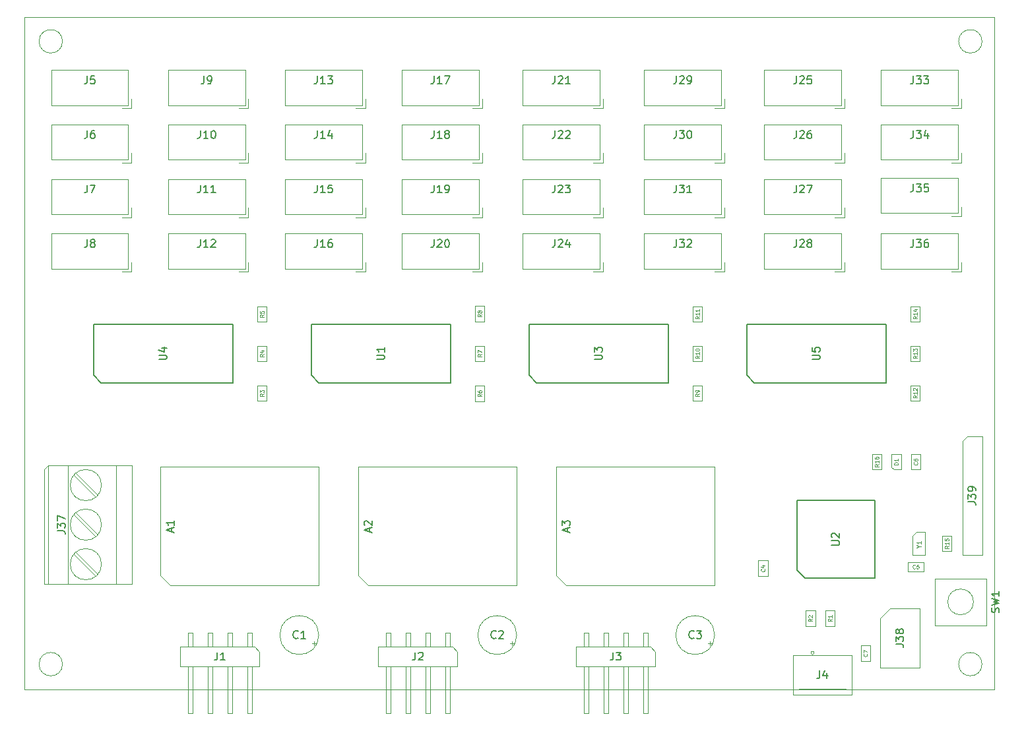
<source format=gbr>
%TF.GenerationSoftware,KiCad,Pcbnew,5.1.7+dfsg1-1~bpo10+1*%
%TF.CreationDate,2020-11-15T21:32:23+00:00*%
%TF.ProjectId,piggyback,70696767-7962-4616-936b-2e6b69636164,rev?*%
%TF.SameCoordinates,Original*%
%TF.FileFunction,Other,Fab,Top*%
%FSLAX45Y45*%
G04 Gerber Fmt 4.5, Leading zero omitted, Abs format (unit mm)*
G04 Created by KiCad (PCBNEW 5.1.7+dfsg1-1~bpo10+1) date 2020-11-15 21:32:23*
%MOMM*%
%LPD*%
G01*
G04 APERTURE LIST*
%TA.AperFunction,Profile*%
%ADD10C,0.050000*%
%TD*%
%ADD11C,0.100000*%
%ADD12C,0.150000*%
%ADD13C,0.080000*%
G04 APERTURE END LIST*
D10*
X16350000Y-14150000D02*
G75*
G03*
X16350000Y-14150000I-150000J0D01*
G01*
X16350000Y-6150000D02*
G75*
G03*
X16350000Y-6150000I-150000J0D01*
G01*
X4550000Y-6150000D02*
G75*
G03*
X4550000Y-6150000I-150000J0D01*
G01*
X4550000Y-14150000D02*
G75*
G03*
X4550000Y-14150000I-150000J0D01*
G01*
X16510000Y-5842000D02*
X4064000Y-5842000D01*
X16510000Y-14478000D02*
X16510000Y-5842000D01*
X4064000Y-14478000D02*
X16510000Y-14478000D01*
X4064000Y-5842000D02*
X4064000Y-14478000D01*
D11*
X5311000Y-8411000D02*
X5436000Y-8411000D01*
X5436000Y-8411000D02*
X5436000Y-8286000D01*
X5395000Y-8370000D02*
X5395000Y-7920000D01*
X5395000Y-7920000D02*
X4405000Y-7920000D01*
X4405000Y-7920000D02*
X4405000Y-8370000D01*
X4405000Y-8370000D02*
X5395000Y-8370000D01*
X7841000Y-13141000D02*
X5936000Y-13141000D01*
X7841000Y-11617000D02*
X7841000Y-13141000D01*
X5809000Y-11617000D02*
X7841000Y-11617000D01*
X5809000Y-13014000D02*
X5809000Y-11617000D01*
X5936000Y-13141000D02*
X5809000Y-13014000D01*
X8476000Y-13141000D02*
X8349000Y-13014000D01*
X8349000Y-13014000D02*
X8349000Y-11617000D01*
X8349000Y-11617000D02*
X10381000Y-11617000D01*
X10381000Y-11617000D02*
X10381000Y-13141000D01*
X10381000Y-13141000D02*
X8476000Y-13141000D01*
X12921000Y-13141000D02*
X11016000Y-13141000D01*
X12921000Y-11617000D02*
X12921000Y-13141000D01*
X10889000Y-11617000D02*
X12921000Y-11617000D01*
X10889000Y-13014000D02*
X10889000Y-11617000D01*
X11016000Y-13141000D02*
X10889000Y-13014000D01*
X13480000Y-13020000D02*
X13480000Y-12820000D01*
X13600000Y-13020000D02*
X13480000Y-13020000D01*
X13600000Y-12820000D02*
X13600000Y-13020000D01*
X13480000Y-12820000D02*
X13600000Y-12820000D01*
X6158000Y-14180000D02*
X6158000Y-14780000D01*
X6222000Y-14780000D02*
X6158000Y-14780000D01*
X6222000Y-14180000D02*
X6222000Y-14780000D01*
X6158000Y-13744000D02*
X6158000Y-13926000D01*
X6222000Y-13744000D02*
X6158000Y-13744000D01*
X6222000Y-13744000D02*
X6222000Y-13926000D01*
X6412000Y-14180000D02*
X6412000Y-14780000D01*
X6476000Y-14780000D02*
X6412000Y-14780000D01*
X6476000Y-14180000D02*
X6476000Y-14780000D01*
X6412000Y-13744000D02*
X6412000Y-13926000D01*
X6476000Y-13744000D02*
X6412000Y-13744000D01*
X6476000Y-13744000D02*
X6476000Y-13926000D01*
X6666000Y-14180000D02*
X6666000Y-14780000D01*
X6730000Y-14780000D02*
X6666000Y-14780000D01*
X6730000Y-14180000D02*
X6730000Y-14780000D01*
X6666000Y-13744000D02*
X6666000Y-13926000D01*
X6730000Y-13744000D02*
X6666000Y-13744000D01*
X6730000Y-13744000D02*
X6730000Y-13926000D01*
X6920000Y-14180000D02*
X6920000Y-14780000D01*
X6984000Y-14780000D02*
X6920000Y-14780000D01*
X6984000Y-14180000D02*
X6984000Y-14780000D01*
X6920000Y-13744000D02*
X6920000Y-13926000D01*
X6984000Y-13744000D02*
X6920000Y-13744000D01*
X6984000Y-13744000D02*
X6984000Y-13926000D01*
X7015500Y-13926000D02*
X7079000Y-13989500D01*
X6063000Y-13926000D02*
X7015500Y-13926000D01*
X6063000Y-14180000D02*
X6063000Y-13926000D01*
X7079000Y-14180000D02*
X6063000Y-14180000D01*
X7079000Y-13989500D02*
X7079000Y-14180000D01*
X8698000Y-14180000D02*
X8698000Y-14780000D01*
X8762000Y-14780000D02*
X8698000Y-14780000D01*
X8762000Y-14180000D02*
X8762000Y-14780000D01*
X8698000Y-13744000D02*
X8698000Y-13926000D01*
X8762000Y-13744000D02*
X8698000Y-13744000D01*
X8762000Y-13744000D02*
X8762000Y-13926000D01*
X8952000Y-14180000D02*
X8952000Y-14780000D01*
X9016000Y-14780000D02*
X8952000Y-14780000D01*
X9016000Y-14180000D02*
X9016000Y-14780000D01*
X8952000Y-13744000D02*
X8952000Y-13926000D01*
X9016000Y-13744000D02*
X8952000Y-13744000D01*
X9016000Y-13744000D02*
X9016000Y-13926000D01*
X9206000Y-14180000D02*
X9206000Y-14780000D01*
X9270000Y-14780000D02*
X9206000Y-14780000D01*
X9270000Y-14180000D02*
X9270000Y-14780000D01*
X9206000Y-13744000D02*
X9206000Y-13926000D01*
X9270000Y-13744000D02*
X9206000Y-13744000D01*
X9270000Y-13744000D02*
X9270000Y-13926000D01*
X9460000Y-14180000D02*
X9460000Y-14780000D01*
X9524000Y-14780000D02*
X9460000Y-14780000D01*
X9524000Y-14180000D02*
X9524000Y-14780000D01*
X9460000Y-13744000D02*
X9460000Y-13926000D01*
X9524000Y-13744000D02*
X9460000Y-13744000D01*
X9524000Y-13744000D02*
X9524000Y-13926000D01*
X9555500Y-13926000D02*
X9619000Y-13989500D01*
X8603000Y-13926000D02*
X9555500Y-13926000D01*
X8603000Y-14180000D02*
X8603000Y-13926000D01*
X9619000Y-14180000D02*
X8603000Y-14180000D01*
X9619000Y-13989500D02*
X9619000Y-14180000D01*
X12159000Y-13989500D02*
X12159000Y-14180000D01*
X12159000Y-14180000D02*
X11143000Y-14180000D01*
X11143000Y-14180000D02*
X11143000Y-13926000D01*
X11143000Y-13926000D02*
X12095500Y-13926000D01*
X12095500Y-13926000D02*
X12159000Y-13989500D01*
X12064000Y-13744000D02*
X12064000Y-13926000D01*
X12064000Y-13744000D02*
X12000000Y-13744000D01*
X12000000Y-13744000D02*
X12000000Y-13926000D01*
X12064000Y-14180000D02*
X12064000Y-14780000D01*
X12064000Y-14780000D02*
X12000000Y-14780000D01*
X12000000Y-14180000D02*
X12000000Y-14780000D01*
X11810000Y-13744000D02*
X11810000Y-13926000D01*
X11810000Y-13744000D02*
X11746000Y-13744000D01*
X11746000Y-13744000D02*
X11746000Y-13926000D01*
X11810000Y-14180000D02*
X11810000Y-14780000D01*
X11810000Y-14780000D02*
X11746000Y-14780000D01*
X11746000Y-14180000D02*
X11746000Y-14780000D01*
X11556000Y-13744000D02*
X11556000Y-13926000D01*
X11556000Y-13744000D02*
X11492000Y-13744000D01*
X11492000Y-13744000D02*
X11492000Y-13926000D01*
X11556000Y-14180000D02*
X11556000Y-14780000D01*
X11556000Y-14780000D02*
X11492000Y-14780000D01*
X11492000Y-14180000D02*
X11492000Y-14780000D01*
X11302000Y-13744000D02*
X11302000Y-13926000D01*
X11302000Y-13744000D02*
X11238000Y-13744000D01*
X11238000Y-13744000D02*
X11238000Y-13926000D01*
X11302000Y-14180000D02*
X11302000Y-14780000D01*
X11302000Y-14780000D02*
X11238000Y-14780000D01*
X11238000Y-14180000D02*
X11238000Y-14780000D01*
X14190000Y-13987750D02*
X14190000Y-14008750D01*
X14150000Y-13987750D02*
X14150000Y-14008750D01*
X14150000Y-13987750D02*
X14190000Y-13987750D01*
X14190000Y-14008750D02*
X14170000Y-14028750D01*
X14170000Y-14028750D02*
X14150000Y-14008750D01*
X13925000Y-14538750D02*
X13925000Y-14038750D01*
X13925000Y-14038750D02*
X14675000Y-14038750D01*
X13925000Y-14538920D02*
X14675000Y-14538920D01*
X14000000Y-14468920D02*
X14600000Y-14468920D01*
X14675000Y-14538750D02*
X14675000Y-14038750D01*
X14340000Y-13462000D02*
X14460000Y-13462000D01*
X14460000Y-13462000D02*
X14460000Y-13662000D01*
X14460000Y-13662000D02*
X14340000Y-13662000D01*
X14340000Y-13662000D02*
X14340000Y-13462000D01*
X14090000Y-13662000D02*
X14090000Y-13462000D01*
X14210000Y-13662000D02*
X14090000Y-13662000D01*
X14210000Y-13462000D02*
X14210000Y-13662000D01*
X14090000Y-13462000D02*
X14210000Y-13462000D01*
X7052000Y-10768000D02*
X7052000Y-10568000D01*
X7172000Y-10768000D02*
X7052000Y-10768000D01*
X7172000Y-10568000D02*
X7172000Y-10768000D01*
X7052000Y-10568000D02*
X7172000Y-10568000D01*
X7052000Y-10060000D02*
X7172000Y-10060000D01*
X7172000Y-10060000D02*
X7172000Y-10260000D01*
X7172000Y-10260000D02*
X7052000Y-10260000D01*
X7052000Y-10260000D02*
X7052000Y-10060000D01*
X7052000Y-9752000D02*
X7052000Y-9552000D01*
X7172000Y-9752000D02*
X7052000Y-9752000D01*
X7172000Y-9552000D02*
X7172000Y-9752000D01*
X7052000Y-9552000D02*
X7172000Y-9552000D01*
D12*
X14074000Y-13046000D02*
X13974000Y-12946000D01*
X14974000Y-13046000D02*
X14074000Y-13046000D01*
X14974000Y-12046000D02*
X14974000Y-13046000D01*
X13974000Y-12046000D02*
X14974000Y-12046000D01*
X13974000Y-12946000D02*
X13974000Y-12046000D01*
X5047000Y-10535000D02*
X4947000Y-10435000D01*
X6737000Y-10535000D02*
X5047000Y-10535000D01*
X6737000Y-9785000D02*
X6737000Y-10535000D01*
X4947000Y-9785000D02*
X6737000Y-9785000D01*
X4947000Y-10435000D02*
X4947000Y-9785000D01*
D11*
X15510000Y-12450000D02*
X15620000Y-12450000D01*
X15460000Y-12500000D02*
X15460000Y-12750000D01*
X15460000Y-12500000D02*
X15510000Y-12450000D01*
X15620000Y-12750000D02*
X15620000Y-12450000D01*
X15460000Y-12750000D02*
X15620000Y-12750000D01*
X9846000Y-10772000D02*
X9846000Y-10572000D01*
X9966000Y-10772000D02*
X9846000Y-10772000D01*
X9966000Y-10572000D02*
X9966000Y-10772000D01*
X9846000Y-10572000D02*
X9966000Y-10572000D01*
X9846000Y-10060000D02*
X9966000Y-10060000D01*
X9966000Y-10060000D02*
X9966000Y-10260000D01*
X9966000Y-10260000D02*
X9846000Y-10260000D01*
X9846000Y-10260000D02*
X9846000Y-10060000D01*
X9846000Y-9748000D02*
X9846000Y-9548000D01*
X9966000Y-9748000D02*
X9846000Y-9748000D01*
X9966000Y-9548000D02*
X9966000Y-9748000D01*
X9846000Y-9548000D02*
X9966000Y-9548000D01*
X12640000Y-10568000D02*
X12760000Y-10568000D01*
X12760000Y-10568000D02*
X12760000Y-10768000D01*
X12760000Y-10768000D02*
X12640000Y-10768000D01*
X12640000Y-10768000D02*
X12640000Y-10568000D01*
X12640000Y-10260000D02*
X12640000Y-10060000D01*
X12760000Y-10260000D02*
X12640000Y-10260000D01*
X12760000Y-10060000D02*
X12760000Y-10260000D01*
X12640000Y-10060000D02*
X12760000Y-10060000D01*
X12640000Y-9552000D02*
X12760000Y-9552000D01*
X12760000Y-9552000D02*
X12760000Y-9752000D01*
X12760000Y-9752000D02*
X12640000Y-9752000D01*
X12640000Y-9752000D02*
X12640000Y-9552000D01*
X15434000Y-10768000D02*
X15434000Y-10568000D01*
X15554000Y-10768000D02*
X15434000Y-10768000D01*
X15554000Y-10568000D02*
X15554000Y-10768000D01*
X15434000Y-10568000D02*
X15554000Y-10568000D01*
X15434000Y-10060000D02*
X15554000Y-10060000D01*
X15554000Y-10060000D02*
X15554000Y-10260000D01*
X15554000Y-10260000D02*
X15434000Y-10260000D01*
X15434000Y-10260000D02*
X15434000Y-10060000D01*
X15434000Y-9752000D02*
X15434000Y-9552000D01*
X15554000Y-9752000D02*
X15434000Y-9752000D01*
X15554000Y-9552000D02*
X15554000Y-9752000D01*
X15434000Y-9552000D02*
X15554000Y-9552000D01*
D12*
X7841000Y-10535000D02*
X7741000Y-10435000D01*
X9531000Y-10535000D02*
X7841000Y-10535000D01*
X9531000Y-9785000D02*
X9531000Y-10535000D01*
X7741000Y-9785000D02*
X9531000Y-9785000D01*
X7741000Y-10435000D02*
X7741000Y-9785000D01*
X10535000Y-10435000D02*
X10535000Y-9785000D01*
X10535000Y-9785000D02*
X12325000Y-9785000D01*
X12325000Y-9785000D02*
X12325000Y-10535000D01*
X12325000Y-10535000D02*
X10635000Y-10535000D01*
X10635000Y-10535000D02*
X10535000Y-10435000D01*
X13429000Y-10535000D02*
X13329000Y-10435000D01*
X15119000Y-10535000D02*
X13429000Y-10535000D01*
X15119000Y-9785000D02*
X15119000Y-10535000D01*
X13329000Y-9785000D02*
X15119000Y-9785000D01*
X13329000Y-10435000D02*
X13329000Y-9785000D01*
D11*
X7839000Y-13776000D02*
G75*
G03*
X7839000Y-13776000I-250000J0D01*
G01*
X7802360Y-13884750D02*
X7752360Y-13884750D01*
X7777360Y-13909750D02*
X7777360Y-13859750D01*
X10317361Y-13909750D02*
X10317361Y-13859750D01*
X10342361Y-13884750D02*
X10292361Y-13884750D01*
X10379000Y-13776000D02*
G75*
G03*
X10379000Y-13776000I-250000J0D01*
G01*
X12857360Y-13909750D02*
X12857360Y-13859750D01*
X12882360Y-13884750D02*
X12832360Y-13884750D01*
X12919000Y-13776000D02*
G75*
G03*
X12919000Y-13776000I-250000J0D01*
G01*
X15400000Y-12840000D02*
X15600000Y-12840000D01*
X15400000Y-12960000D02*
X15400000Y-12840000D01*
X15600000Y-12960000D02*
X15400000Y-12960000D01*
X15600000Y-12840000D02*
X15600000Y-12960000D01*
X5311000Y-7011000D02*
X5436000Y-7011000D01*
X5436000Y-7011000D02*
X5436000Y-6886000D01*
X5395000Y-6970000D02*
X5395000Y-6520000D01*
X5395000Y-6520000D02*
X4405000Y-6520000D01*
X4405000Y-6520000D02*
X4405000Y-6970000D01*
X4405000Y-6970000D02*
X5395000Y-6970000D01*
X4405000Y-7670000D02*
X5395000Y-7670000D01*
X4405000Y-7220000D02*
X4405000Y-7670000D01*
X5395000Y-7220000D02*
X4405000Y-7220000D01*
X5395000Y-7670000D02*
X5395000Y-7220000D01*
X5436000Y-7711000D02*
X5436000Y-7586000D01*
X5311000Y-7711000D02*
X5436000Y-7711000D01*
X4405000Y-9070000D02*
X5395000Y-9070000D01*
X4405000Y-8620000D02*
X4405000Y-9070000D01*
X5395000Y-8620000D02*
X4405000Y-8620000D01*
X5395000Y-9070000D02*
X5395000Y-8620000D01*
X5436000Y-9111000D02*
X5436000Y-8986000D01*
X5311000Y-9111000D02*
X5436000Y-9111000D01*
X6811000Y-7011000D02*
X6936000Y-7011000D01*
X6936000Y-7011000D02*
X6936000Y-6886000D01*
X6895000Y-6970000D02*
X6895000Y-6520000D01*
X6895000Y-6520000D02*
X5905000Y-6520000D01*
X5905000Y-6520000D02*
X5905000Y-6970000D01*
X5905000Y-6970000D02*
X6895000Y-6970000D01*
X5905000Y-7670000D02*
X6895000Y-7670000D01*
X5905000Y-7220000D02*
X5905000Y-7670000D01*
X6895000Y-7220000D02*
X5905000Y-7220000D01*
X6895000Y-7670000D02*
X6895000Y-7220000D01*
X6936000Y-7711000D02*
X6936000Y-7586000D01*
X6811000Y-7711000D02*
X6936000Y-7711000D01*
X6811000Y-8411000D02*
X6936000Y-8411000D01*
X6936000Y-8411000D02*
X6936000Y-8286000D01*
X6895000Y-8370000D02*
X6895000Y-7920000D01*
X6895000Y-7920000D02*
X5905000Y-7920000D01*
X5905000Y-7920000D02*
X5905000Y-8370000D01*
X5905000Y-8370000D02*
X6895000Y-8370000D01*
X5905000Y-9070000D02*
X6895000Y-9070000D01*
X5905000Y-8620000D02*
X5905000Y-9070000D01*
X6895000Y-8620000D02*
X5905000Y-8620000D01*
X6895000Y-9070000D02*
X6895000Y-8620000D01*
X6936000Y-9111000D02*
X6936000Y-8986000D01*
X6811000Y-9111000D02*
X6936000Y-9111000D01*
X8311000Y-7011000D02*
X8436000Y-7011000D01*
X8436000Y-7011000D02*
X8436000Y-6886000D01*
X8395000Y-6970000D02*
X8395000Y-6520000D01*
X8395000Y-6520000D02*
X7405000Y-6520000D01*
X7405000Y-6520000D02*
X7405000Y-6970000D01*
X7405000Y-6970000D02*
X8395000Y-6970000D01*
X7405000Y-7670000D02*
X8395000Y-7670000D01*
X7405000Y-7220000D02*
X7405000Y-7670000D01*
X8395000Y-7220000D02*
X7405000Y-7220000D01*
X8395000Y-7670000D02*
X8395000Y-7220000D01*
X8436000Y-7711000D02*
X8436000Y-7586000D01*
X8311000Y-7711000D02*
X8436000Y-7711000D01*
X8311000Y-8411000D02*
X8436000Y-8411000D01*
X8436000Y-8411000D02*
X8436000Y-8286000D01*
X8395000Y-8370000D02*
X8395000Y-7920000D01*
X8395000Y-7920000D02*
X7405000Y-7920000D01*
X7405000Y-7920000D02*
X7405000Y-8370000D01*
X7405000Y-8370000D02*
X8395000Y-8370000D01*
X7405000Y-9070000D02*
X8395000Y-9070000D01*
X7405000Y-8620000D02*
X7405000Y-9070000D01*
X8395000Y-8620000D02*
X7405000Y-8620000D01*
X8395000Y-9070000D02*
X8395000Y-8620000D01*
X8436000Y-9111000D02*
X8436000Y-8986000D01*
X8311000Y-9111000D02*
X8436000Y-9111000D01*
X8905000Y-6970000D02*
X9895000Y-6970000D01*
X8905000Y-6520000D02*
X8905000Y-6970000D01*
X9895000Y-6520000D02*
X8905000Y-6520000D01*
X9895000Y-6970000D02*
X9895000Y-6520000D01*
X9936000Y-7011000D02*
X9936000Y-6886000D01*
X9811000Y-7011000D02*
X9936000Y-7011000D01*
X8905000Y-7670000D02*
X9895000Y-7670000D01*
X8905000Y-7220000D02*
X8905000Y-7670000D01*
X9895000Y-7220000D02*
X8905000Y-7220000D01*
X9895000Y-7670000D02*
X9895000Y-7220000D01*
X9936000Y-7711000D02*
X9936000Y-7586000D01*
X9811000Y-7711000D02*
X9936000Y-7711000D01*
X9811000Y-8411000D02*
X9936000Y-8411000D01*
X9936000Y-8411000D02*
X9936000Y-8286000D01*
X9895000Y-8370000D02*
X9895000Y-7920000D01*
X9895000Y-7920000D02*
X8905000Y-7920000D01*
X8905000Y-7920000D02*
X8905000Y-8370000D01*
X8905000Y-8370000D02*
X9895000Y-8370000D01*
X8905000Y-9070000D02*
X9895000Y-9070000D01*
X8905000Y-8620000D02*
X8905000Y-9070000D01*
X9895000Y-8620000D02*
X8905000Y-8620000D01*
X9895000Y-9070000D02*
X9895000Y-8620000D01*
X9936000Y-9111000D02*
X9936000Y-8986000D01*
X9811000Y-9111000D02*
X9936000Y-9111000D01*
X11361000Y-7011000D02*
X11486000Y-7011000D01*
X11486000Y-7011000D02*
X11486000Y-6886000D01*
X11445000Y-6970000D02*
X11445000Y-6520000D01*
X11445000Y-6520000D02*
X10455000Y-6520000D01*
X10455000Y-6520000D02*
X10455000Y-6970000D01*
X10455000Y-6970000D02*
X11445000Y-6970000D01*
X10455000Y-7670000D02*
X11445000Y-7670000D01*
X10455000Y-7220000D02*
X10455000Y-7670000D01*
X11445000Y-7220000D02*
X10455000Y-7220000D01*
X11445000Y-7670000D02*
X11445000Y-7220000D01*
X11486000Y-7711000D02*
X11486000Y-7586000D01*
X11361000Y-7711000D02*
X11486000Y-7711000D01*
X11361000Y-8411000D02*
X11486000Y-8411000D01*
X11486000Y-8411000D02*
X11486000Y-8286000D01*
X11445000Y-8370000D02*
X11445000Y-7920000D01*
X11445000Y-7920000D02*
X10455000Y-7920000D01*
X10455000Y-7920000D02*
X10455000Y-8370000D01*
X10455000Y-8370000D02*
X11445000Y-8370000D01*
X10455000Y-9070000D02*
X11445000Y-9070000D01*
X10455000Y-8620000D02*
X10455000Y-9070000D01*
X11445000Y-8620000D02*
X10455000Y-8620000D01*
X11445000Y-9070000D02*
X11445000Y-8620000D01*
X11486000Y-9111000D02*
X11486000Y-8986000D01*
X11361000Y-9111000D02*
X11486000Y-9111000D01*
X14461000Y-7011000D02*
X14586000Y-7011000D01*
X14586000Y-7011000D02*
X14586000Y-6886000D01*
X14545000Y-6970000D02*
X14545000Y-6520000D01*
X14545000Y-6520000D02*
X13555000Y-6520000D01*
X13555000Y-6520000D02*
X13555000Y-6970000D01*
X13555000Y-6970000D02*
X14545000Y-6970000D01*
X13555000Y-7670000D02*
X14545000Y-7670000D01*
X13555000Y-7220000D02*
X13555000Y-7670000D01*
X14545000Y-7220000D02*
X13555000Y-7220000D01*
X14545000Y-7670000D02*
X14545000Y-7220000D01*
X14586000Y-7711000D02*
X14586000Y-7586000D01*
X14461000Y-7711000D02*
X14586000Y-7711000D01*
X14461000Y-8411000D02*
X14586000Y-8411000D01*
X14586000Y-8411000D02*
X14586000Y-8286000D01*
X14545000Y-8370000D02*
X14545000Y-7920000D01*
X14545000Y-7920000D02*
X13555000Y-7920000D01*
X13555000Y-7920000D02*
X13555000Y-8370000D01*
X13555000Y-8370000D02*
X14545000Y-8370000D01*
X14461000Y-9111000D02*
X14586000Y-9111000D01*
X14586000Y-9111000D02*
X14586000Y-8986000D01*
X14545000Y-9070000D02*
X14545000Y-8620000D01*
X14545000Y-8620000D02*
X13555000Y-8620000D01*
X13555000Y-8620000D02*
X13555000Y-9070000D01*
X13555000Y-9070000D02*
X14545000Y-9070000D01*
X12919000Y-7011000D02*
X13044000Y-7011000D01*
X13044000Y-7011000D02*
X13044000Y-6886000D01*
X13003000Y-6970000D02*
X13003000Y-6520000D01*
X13003000Y-6520000D02*
X12013000Y-6520000D01*
X12013000Y-6520000D02*
X12013000Y-6970000D01*
X12013000Y-6970000D02*
X13003000Y-6970000D01*
X12013000Y-7670000D02*
X13003000Y-7670000D01*
X12013000Y-7220000D02*
X12013000Y-7670000D01*
X13003000Y-7220000D02*
X12013000Y-7220000D01*
X13003000Y-7670000D02*
X13003000Y-7220000D01*
X13044000Y-7711000D02*
X13044000Y-7586000D01*
X12919000Y-7711000D02*
X13044000Y-7711000D01*
X12919000Y-8411000D02*
X13044000Y-8411000D01*
X13044000Y-8411000D02*
X13044000Y-8286000D01*
X13003000Y-8370000D02*
X13003000Y-7920000D01*
X13003000Y-7920000D02*
X12013000Y-7920000D01*
X12013000Y-7920000D02*
X12013000Y-8370000D01*
X12013000Y-8370000D02*
X13003000Y-8370000D01*
X12015000Y-9070000D02*
X13005000Y-9070000D01*
X12015000Y-8620000D02*
X12015000Y-9070000D01*
X13005000Y-8620000D02*
X12015000Y-8620000D01*
X13005000Y-9070000D02*
X13005000Y-8620000D01*
X13046000Y-9111000D02*
X13046000Y-8986000D01*
X12921000Y-9111000D02*
X13046000Y-9111000D01*
X15961000Y-7011000D02*
X16086000Y-7011000D01*
X16086000Y-7011000D02*
X16086000Y-6886000D01*
X16045000Y-6970000D02*
X16045000Y-6520000D01*
X16045000Y-6520000D02*
X15055000Y-6520000D01*
X15055000Y-6520000D02*
X15055000Y-6970000D01*
X15055000Y-6970000D02*
X16045000Y-6970000D01*
X15961000Y-7711000D02*
X16086000Y-7711000D01*
X16086000Y-7711000D02*
X16086000Y-7586000D01*
X16045000Y-7670000D02*
X16045000Y-7220000D01*
X16045000Y-7220000D02*
X15055000Y-7220000D01*
X15055000Y-7220000D02*
X15055000Y-7670000D01*
X15055000Y-7670000D02*
X16045000Y-7670000D01*
X15055000Y-8358000D02*
X16045000Y-8358000D01*
X15055000Y-7908000D02*
X15055000Y-8358000D01*
X16045000Y-7908000D02*
X15055000Y-7908000D01*
X16045000Y-8358000D02*
X16045000Y-7908000D01*
X16086000Y-8399000D02*
X16086000Y-8274000D01*
X15961000Y-8399000D02*
X16086000Y-8399000D01*
X15055000Y-9070000D02*
X16045000Y-9070000D01*
X15055000Y-8620000D02*
X15055000Y-9070000D01*
X16045000Y-8620000D02*
X15055000Y-8620000D01*
X16045000Y-9070000D02*
X16045000Y-8620000D01*
X16086000Y-9111000D02*
X16086000Y-8986000D01*
X15961000Y-9111000D02*
X16086000Y-9111000D01*
X5001700Y-12993300D02*
X4722700Y-12714400D01*
X4977300Y-13017700D02*
X4698300Y-12738800D01*
X5001700Y-12485300D02*
X4722700Y-12206400D01*
X4977300Y-12509700D02*
X4698300Y-12230800D01*
X5001700Y-11977300D02*
X4722700Y-11698300D01*
X4977300Y-12001700D02*
X4698300Y-11722700D01*
X5240000Y-11596000D02*
X5240000Y-13120000D01*
X4620000Y-11596000D02*
X4620000Y-13120000D01*
X4370000Y-11596000D02*
X4370000Y-13120000D01*
X4370000Y-11596000D02*
X5440000Y-11596000D01*
X4320000Y-11646000D02*
X4370000Y-11596000D01*
X4320000Y-13120000D02*
X4320000Y-11646000D01*
X5440000Y-13120000D02*
X4320000Y-13120000D01*
X5440000Y-11596000D02*
X5440000Y-13120000D01*
X5050000Y-12866000D02*
G75*
G03*
X5050000Y-12866000I-200000J0D01*
G01*
X5050000Y-12358000D02*
G75*
G03*
X5050000Y-12358000I-200000J0D01*
G01*
X5050000Y-11850000D02*
G75*
G03*
X5050000Y-11850000I-200000J0D01*
G01*
X15043000Y-13560000D02*
X15170000Y-13433000D01*
X15043000Y-14195000D02*
X15043000Y-13560000D01*
X15551000Y-14195000D02*
X15043000Y-14195000D01*
X15551000Y-13433000D02*
X15551000Y-14195000D01*
X15170000Y-13433000D02*
X15551000Y-13433000D01*
X16098000Y-11286500D02*
X16161500Y-11223000D01*
X16098000Y-12747000D02*
X16098000Y-11286500D01*
X16352000Y-12747000D02*
X16098000Y-12747000D01*
X16352000Y-11223000D02*
X16352000Y-12747000D01*
X16161500Y-11223000D02*
X16352000Y-11223000D01*
X15560000Y-11450000D02*
X15560000Y-11650000D01*
X15440000Y-11450000D02*
X15560000Y-11450000D01*
X15440000Y-11650000D02*
X15440000Y-11450000D01*
X15560000Y-11650000D02*
X15440000Y-11650000D01*
X15960000Y-12500000D02*
X15960000Y-12700000D01*
X15840000Y-12500000D02*
X15960000Y-12500000D01*
X15840000Y-12700000D02*
X15840000Y-12500000D01*
X15960000Y-12700000D02*
X15840000Y-12700000D01*
X15310000Y-11450000D02*
X15190000Y-11450000D01*
X15310000Y-11650000D02*
X15310000Y-11450000D01*
X15220000Y-11650000D02*
X15310000Y-11650000D01*
X15190000Y-11620000D02*
X15220000Y-11650000D01*
X15190000Y-11450000D02*
X15190000Y-11620000D01*
X14940000Y-11650000D02*
X14940000Y-11450000D01*
X15060000Y-11650000D02*
X14940000Y-11650000D01*
X15060000Y-11450000D02*
X15060000Y-11650000D01*
X14940000Y-11450000D02*
X15060000Y-11450000D01*
X14915000Y-13910000D02*
X14915000Y-14110000D01*
X14795000Y-13910000D02*
X14915000Y-13910000D01*
X14795000Y-14110000D02*
X14795000Y-13910000D01*
X14915000Y-14110000D02*
X14795000Y-14110000D01*
X15745000Y-13050000D02*
X16405000Y-13050000D01*
X15745000Y-13650000D02*
X15745000Y-13050000D01*
X16405000Y-13650000D02*
X15745000Y-13650000D01*
X16405000Y-13050000D02*
X16405000Y-13650000D01*
X16240000Y-13350000D02*
G75*
G03*
X16240000Y-13350000I-165000J0D01*
G01*
D12*
X4866667Y-7995238D02*
X4866667Y-8066667D01*
X4861905Y-8080952D01*
X4852381Y-8090476D01*
X4838095Y-8095238D01*
X4828571Y-8095238D01*
X4904762Y-7995238D02*
X4971429Y-7995238D01*
X4928571Y-8095238D01*
X5952667Y-12450428D02*
X5952667Y-12402809D01*
X5981238Y-12459952D02*
X5881238Y-12426619D01*
X5981238Y-12393286D01*
X5981238Y-12307571D02*
X5981238Y-12364714D01*
X5981238Y-12336143D02*
X5881238Y-12336143D01*
X5895524Y-12345667D01*
X5905048Y-12355190D01*
X5909809Y-12364714D01*
X8492667Y-12450428D02*
X8492667Y-12402809D01*
X8521238Y-12459952D02*
X8421238Y-12426619D01*
X8521238Y-12393286D01*
X8430762Y-12364714D02*
X8426000Y-12359952D01*
X8421238Y-12350428D01*
X8421238Y-12326619D01*
X8426000Y-12317095D01*
X8430762Y-12312333D01*
X8440286Y-12307571D01*
X8449810Y-12307571D01*
X8464095Y-12312333D01*
X8521238Y-12369476D01*
X8521238Y-12307571D01*
X11032667Y-12450428D02*
X11032667Y-12402809D01*
X11061238Y-12459952D02*
X10961238Y-12426619D01*
X11061238Y-12393286D01*
X10961238Y-12369476D02*
X10961238Y-12307571D01*
X10999333Y-12340905D01*
X10999333Y-12326619D01*
X11004095Y-12317095D01*
X11008857Y-12312333D01*
X11018381Y-12307571D01*
X11042190Y-12307571D01*
X11051714Y-12312333D01*
X11056476Y-12317095D01*
X11061238Y-12326619D01*
X11061238Y-12355190D01*
X11056476Y-12364714D01*
X11051714Y-12369476D01*
D13*
X13557857Y-12928333D02*
X13560238Y-12930714D01*
X13562619Y-12937857D01*
X13562619Y-12942619D01*
X13560238Y-12949762D01*
X13555476Y-12954524D01*
X13550714Y-12956905D01*
X13541190Y-12959286D01*
X13534048Y-12959286D01*
X13524524Y-12956905D01*
X13519762Y-12954524D01*
X13515000Y-12949762D01*
X13512619Y-12942619D01*
X13512619Y-12937857D01*
X13515000Y-12930714D01*
X13517381Y-12928333D01*
X13529286Y-12885476D02*
X13562619Y-12885476D01*
X13510238Y-12897381D02*
X13545952Y-12909286D01*
X13545952Y-12878333D01*
D12*
X6537667Y-13998238D02*
X6537667Y-14069667D01*
X6532905Y-14083952D01*
X6523381Y-14093476D01*
X6509095Y-14098238D01*
X6499571Y-14098238D01*
X6637667Y-14098238D02*
X6580524Y-14098238D01*
X6609095Y-14098238D02*
X6609095Y-13998238D01*
X6599571Y-14012524D01*
X6590048Y-14022048D01*
X6580524Y-14026809D01*
X9077667Y-13998238D02*
X9077667Y-14069667D01*
X9072905Y-14083952D01*
X9063381Y-14093476D01*
X9049095Y-14098238D01*
X9039571Y-14098238D01*
X9120524Y-14007762D02*
X9125286Y-14003000D01*
X9134810Y-13998238D01*
X9158619Y-13998238D01*
X9168143Y-14003000D01*
X9172905Y-14007762D01*
X9177667Y-14017286D01*
X9177667Y-14026809D01*
X9172905Y-14041095D01*
X9115762Y-14098238D01*
X9177667Y-14098238D01*
X11617667Y-13998238D02*
X11617667Y-14069667D01*
X11612905Y-14083952D01*
X11603381Y-14093476D01*
X11589095Y-14098238D01*
X11579571Y-14098238D01*
X11655762Y-13998238D02*
X11717667Y-13998238D01*
X11684333Y-14036333D01*
X11698619Y-14036333D01*
X11708143Y-14041095D01*
X11712905Y-14045857D01*
X11717667Y-14055381D01*
X11717667Y-14079190D01*
X11712905Y-14088714D01*
X11708143Y-14093476D01*
X11698619Y-14098238D01*
X11670048Y-14098238D01*
X11660524Y-14093476D01*
X11655762Y-14088714D01*
X14266667Y-14233988D02*
X14266667Y-14305417D01*
X14261905Y-14319702D01*
X14252381Y-14329226D01*
X14238095Y-14333988D01*
X14228571Y-14333988D01*
X14357143Y-14267321D02*
X14357143Y-14333988D01*
X14333333Y-14229226D02*
X14309524Y-14300655D01*
X14371428Y-14300655D01*
D13*
X14422619Y-13570333D02*
X14398809Y-13587000D01*
X14422619Y-13598905D02*
X14372619Y-13598905D01*
X14372619Y-13579857D01*
X14375000Y-13575095D01*
X14377381Y-13572714D01*
X14382143Y-13570333D01*
X14389286Y-13570333D01*
X14394048Y-13572714D01*
X14396428Y-13575095D01*
X14398809Y-13579857D01*
X14398809Y-13598905D01*
X14422619Y-13522714D02*
X14422619Y-13551286D01*
X14422619Y-13537000D02*
X14372619Y-13537000D01*
X14379762Y-13541762D01*
X14384524Y-13546524D01*
X14386905Y-13551286D01*
X14172619Y-13570333D02*
X14148809Y-13587000D01*
X14172619Y-13598905D02*
X14122619Y-13598905D01*
X14122619Y-13579857D01*
X14125000Y-13575095D01*
X14127381Y-13572714D01*
X14132143Y-13570333D01*
X14139286Y-13570333D01*
X14144048Y-13572714D01*
X14146428Y-13575095D01*
X14148809Y-13579857D01*
X14148809Y-13598905D01*
X14127381Y-13551286D02*
X14125000Y-13548905D01*
X14122619Y-13544143D01*
X14122619Y-13532238D01*
X14125000Y-13527476D01*
X14127381Y-13525095D01*
X14132143Y-13522714D01*
X14136905Y-13522714D01*
X14144048Y-13525095D01*
X14172619Y-13553667D01*
X14172619Y-13522714D01*
X7134619Y-10676333D02*
X7110809Y-10693000D01*
X7134619Y-10704905D02*
X7084619Y-10704905D01*
X7084619Y-10685857D01*
X7087000Y-10681095D01*
X7089381Y-10678714D01*
X7094143Y-10676333D01*
X7101286Y-10676333D01*
X7106048Y-10678714D01*
X7108428Y-10681095D01*
X7110809Y-10685857D01*
X7110809Y-10704905D01*
X7084619Y-10659667D02*
X7084619Y-10628714D01*
X7103667Y-10645381D01*
X7103667Y-10638238D01*
X7106048Y-10633476D01*
X7108428Y-10631095D01*
X7113190Y-10628714D01*
X7125095Y-10628714D01*
X7129857Y-10631095D01*
X7132238Y-10633476D01*
X7134619Y-10638238D01*
X7134619Y-10652524D01*
X7132238Y-10657286D01*
X7129857Y-10659667D01*
X7134619Y-10168333D02*
X7110809Y-10185000D01*
X7134619Y-10196905D02*
X7084619Y-10196905D01*
X7084619Y-10177857D01*
X7087000Y-10173095D01*
X7089381Y-10170714D01*
X7094143Y-10168333D01*
X7101286Y-10168333D01*
X7106048Y-10170714D01*
X7108428Y-10173095D01*
X7110809Y-10177857D01*
X7110809Y-10196905D01*
X7101286Y-10125476D02*
X7134619Y-10125476D01*
X7082238Y-10137381D02*
X7117952Y-10149286D01*
X7117952Y-10118333D01*
X7134619Y-9660333D02*
X7110809Y-9677000D01*
X7134619Y-9688905D02*
X7084619Y-9688905D01*
X7084619Y-9669857D01*
X7087000Y-9665095D01*
X7089381Y-9662714D01*
X7094143Y-9660333D01*
X7101286Y-9660333D01*
X7106048Y-9662714D01*
X7108428Y-9665095D01*
X7110809Y-9669857D01*
X7110809Y-9688905D01*
X7084619Y-9615095D02*
X7084619Y-9638905D01*
X7108428Y-9641286D01*
X7106048Y-9638905D01*
X7103667Y-9634143D01*
X7103667Y-9622238D01*
X7106048Y-9617476D01*
X7108428Y-9615095D01*
X7113190Y-9612714D01*
X7125095Y-9612714D01*
X7129857Y-9615095D01*
X7132238Y-9617476D01*
X7134619Y-9622238D01*
X7134619Y-9634143D01*
X7132238Y-9638905D01*
X7129857Y-9641286D01*
D12*
X14419238Y-12622190D02*
X14500190Y-12622190D01*
X14509714Y-12617428D01*
X14514476Y-12612667D01*
X14519238Y-12603143D01*
X14519238Y-12584095D01*
X14514476Y-12574571D01*
X14509714Y-12569809D01*
X14500190Y-12565048D01*
X14419238Y-12565048D01*
X14428762Y-12522190D02*
X14424000Y-12517428D01*
X14419238Y-12507905D01*
X14419238Y-12484095D01*
X14424000Y-12474571D01*
X14428762Y-12469809D01*
X14438286Y-12465048D01*
X14447809Y-12465048D01*
X14462095Y-12469809D01*
X14519238Y-12526952D01*
X14519238Y-12465048D01*
X5787238Y-10236190D02*
X5868190Y-10236190D01*
X5877714Y-10231429D01*
X5882476Y-10226667D01*
X5887238Y-10217143D01*
X5887238Y-10198095D01*
X5882476Y-10188571D01*
X5877714Y-10183810D01*
X5868190Y-10179048D01*
X5787238Y-10179048D01*
X5820571Y-10088571D02*
X5887238Y-10088571D01*
X5782476Y-10112381D02*
X5853905Y-10136190D01*
X5853905Y-10074286D01*
D13*
X15543571Y-12638571D02*
X15572143Y-12638571D01*
X15512143Y-12658571D02*
X15543571Y-12638571D01*
X15512143Y-12618571D01*
X15572143Y-12567143D02*
X15572143Y-12601428D01*
X15572143Y-12584286D02*
X15512143Y-12584286D01*
X15520714Y-12590000D01*
X15526428Y-12595714D01*
X15529286Y-12601428D01*
X9928619Y-10680333D02*
X9904810Y-10697000D01*
X9928619Y-10708905D02*
X9878619Y-10708905D01*
X9878619Y-10689857D01*
X9881000Y-10685095D01*
X9883381Y-10682714D01*
X9888143Y-10680333D01*
X9895286Y-10680333D01*
X9900048Y-10682714D01*
X9902429Y-10685095D01*
X9904810Y-10689857D01*
X9904810Y-10708905D01*
X9878619Y-10637476D02*
X9878619Y-10647000D01*
X9881000Y-10651762D01*
X9883381Y-10654143D01*
X9890524Y-10658905D01*
X9900048Y-10661286D01*
X9919095Y-10661286D01*
X9923857Y-10658905D01*
X9926238Y-10656524D01*
X9928619Y-10651762D01*
X9928619Y-10642238D01*
X9926238Y-10637476D01*
X9923857Y-10635095D01*
X9919095Y-10632714D01*
X9907190Y-10632714D01*
X9902429Y-10635095D01*
X9900048Y-10637476D01*
X9897667Y-10642238D01*
X9897667Y-10651762D01*
X9900048Y-10656524D01*
X9902429Y-10658905D01*
X9907190Y-10661286D01*
X9928619Y-10168333D02*
X9904810Y-10185000D01*
X9928619Y-10196905D02*
X9878619Y-10196905D01*
X9878619Y-10177857D01*
X9881000Y-10173095D01*
X9883381Y-10170714D01*
X9888143Y-10168333D01*
X9895286Y-10168333D01*
X9900048Y-10170714D01*
X9902429Y-10173095D01*
X9904810Y-10177857D01*
X9904810Y-10196905D01*
X9878619Y-10151667D02*
X9878619Y-10118333D01*
X9928619Y-10139762D01*
X9928619Y-9656333D02*
X9904810Y-9673000D01*
X9928619Y-9684905D02*
X9878619Y-9684905D01*
X9878619Y-9665857D01*
X9881000Y-9661095D01*
X9883381Y-9658714D01*
X9888143Y-9656333D01*
X9895286Y-9656333D01*
X9900048Y-9658714D01*
X9902429Y-9661095D01*
X9904810Y-9665857D01*
X9904810Y-9684905D01*
X9900048Y-9627762D02*
X9897667Y-9632524D01*
X9895286Y-9634905D01*
X9890524Y-9637286D01*
X9888143Y-9637286D01*
X9883381Y-9634905D01*
X9881000Y-9632524D01*
X9878619Y-9627762D01*
X9878619Y-9618238D01*
X9881000Y-9613476D01*
X9883381Y-9611095D01*
X9888143Y-9608714D01*
X9890524Y-9608714D01*
X9895286Y-9611095D01*
X9897667Y-9613476D01*
X9900048Y-9618238D01*
X9900048Y-9627762D01*
X9902429Y-9632524D01*
X9904810Y-9634905D01*
X9909571Y-9637286D01*
X9919095Y-9637286D01*
X9923857Y-9634905D01*
X9926238Y-9632524D01*
X9928619Y-9627762D01*
X9928619Y-9618238D01*
X9926238Y-9613476D01*
X9923857Y-9611095D01*
X9919095Y-9608714D01*
X9909571Y-9608714D01*
X9904810Y-9611095D01*
X9902429Y-9613476D01*
X9900048Y-9618238D01*
X12722619Y-10676333D02*
X12698809Y-10693000D01*
X12722619Y-10704905D02*
X12672619Y-10704905D01*
X12672619Y-10685857D01*
X12675000Y-10681095D01*
X12677381Y-10678714D01*
X12682143Y-10676333D01*
X12689286Y-10676333D01*
X12694048Y-10678714D01*
X12696428Y-10681095D01*
X12698809Y-10685857D01*
X12698809Y-10704905D01*
X12722619Y-10652524D02*
X12722619Y-10643000D01*
X12720238Y-10638238D01*
X12717857Y-10635857D01*
X12710714Y-10631095D01*
X12701190Y-10628714D01*
X12682143Y-10628714D01*
X12677381Y-10631095D01*
X12675000Y-10633476D01*
X12672619Y-10638238D01*
X12672619Y-10647762D01*
X12675000Y-10652524D01*
X12677381Y-10654905D01*
X12682143Y-10657286D01*
X12694048Y-10657286D01*
X12698809Y-10654905D01*
X12701190Y-10652524D01*
X12703571Y-10647762D01*
X12703571Y-10638238D01*
X12701190Y-10633476D01*
X12698809Y-10631095D01*
X12694048Y-10628714D01*
X12722619Y-10192143D02*
X12698809Y-10208810D01*
X12722619Y-10220714D02*
X12672619Y-10220714D01*
X12672619Y-10201667D01*
X12675000Y-10196905D01*
X12677381Y-10194524D01*
X12682143Y-10192143D01*
X12689286Y-10192143D01*
X12694048Y-10194524D01*
X12696428Y-10196905D01*
X12698809Y-10201667D01*
X12698809Y-10220714D01*
X12722619Y-10144524D02*
X12722619Y-10173095D01*
X12722619Y-10158810D02*
X12672619Y-10158810D01*
X12679762Y-10163571D01*
X12684524Y-10168333D01*
X12686905Y-10173095D01*
X12672619Y-10113571D02*
X12672619Y-10108810D01*
X12675000Y-10104048D01*
X12677381Y-10101667D01*
X12682143Y-10099286D01*
X12691667Y-10096905D01*
X12703571Y-10096905D01*
X12713095Y-10099286D01*
X12717857Y-10101667D01*
X12720238Y-10104048D01*
X12722619Y-10108810D01*
X12722619Y-10113571D01*
X12720238Y-10118333D01*
X12717857Y-10120714D01*
X12713095Y-10123095D01*
X12703571Y-10125476D01*
X12691667Y-10125476D01*
X12682143Y-10123095D01*
X12677381Y-10120714D01*
X12675000Y-10118333D01*
X12672619Y-10113571D01*
X12722619Y-9684143D02*
X12698809Y-9700810D01*
X12722619Y-9712714D02*
X12672619Y-9712714D01*
X12672619Y-9693667D01*
X12675000Y-9688905D01*
X12677381Y-9686524D01*
X12682143Y-9684143D01*
X12689286Y-9684143D01*
X12694048Y-9686524D01*
X12696428Y-9688905D01*
X12698809Y-9693667D01*
X12698809Y-9712714D01*
X12722619Y-9636524D02*
X12722619Y-9665095D01*
X12722619Y-9650810D02*
X12672619Y-9650810D01*
X12679762Y-9655571D01*
X12684524Y-9660333D01*
X12686905Y-9665095D01*
X12722619Y-9588905D02*
X12722619Y-9617476D01*
X12722619Y-9603190D02*
X12672619Y-9603190D01*
X12679762Y-9607952D01*
X12684524Y-9612714D01*
X12686905Y-9617476D01*
X15516619Y-10700143D02*
X15492809Y-10716810D01*
X15516619Y-10728714D02*
X15466619Y-10728714D01*
X15466619Y-10709667D01*
X15469000Y-10704905D01*
X15471381Y-10702524D01*
X15476143Y-10700143D01*
X15483286Y-10700143D01*
X15488048Y-10702524D01*
X15490428Y-10704905D01*
X15492809Y-10709667D01*
X15492809Y-10728714D01*
X15516619Y-10652524D02*
X15516619Y-10681095D01*
X15516619Y-10666810D02*
X15466619Y-10666810D01*
X15473762Y-10671571D01*
X15478524Y-10676333D01*
X15480905Y-10681095D01*
X15471381Y-10633476D02*
X15469000Y-10631095D01*
X15466619Y-10626333D01*
X15466619Y-10614429D01*
X15469000Y-10609667D01*
X15471381Y-10607286D01*
X15476143Y-10604905D01*
X15480905Y-10604905D01*
X15488048Y-10607286D01*
X15516619Y-10635857D01*
X15516619Y-10604905D01*
X15516619Y-10192143D02*
X15492809Y-10208810D01*
X15516619Y-10220714D02*
X15466619Y-10220714D01*
X15466619Y-10201667D01*
X15469000Y-10196905D01*
X15471381Y-10194524D01*
X15476143Y-10192143D01*
X15483286Y-10192143D01*
X15488048Y-10194524D01*
X15490428Y-10196905D01*
X15492809Y-10201667D01*
X15492809Y-10220714D01*
X15516619Y-10144524D02*
X15516619Y-10173095D01*
X15516619Y-10158810D02*
X15466619Y-10158810D01*
X15473762Y-10163571D01*
X15478524Y-10168333D01*
X15480905Y-10173095D01*
X15466619Y-10127857D02*
X15466619Y-10096905D01*
X15485667Y-10113571D01*
X15485667Y-10106429D01*
X15488048Y-10101667D01*
X15490428Y-10099286D01*
X15495190Y-10096905D01*
X15507095Y-10096905D01*
X15511857Y-10099286D01*
X15514238Y-10101667D01*
X15516619Y-10106429D01*
X15516619Y-10120714D01*
X15514238Y-10125476D01*
X15511857Y-10127857D01*
X15516619Y-9684143D02*
X15492809Y-9700810D01*
X15516619Y-9712714D02*
X15466619Y-9712714D01*
X15466619Y-9693667D01*
X15469000Y-9688905D01*
X15471381Y-9686524D01*
X15476143Y-9684143D01*
X15483286Y-9684143D01*
X15488048Y-9686524D01*
X15490428Y-9688905D01*
X15492809Y-9693667D01*
X15492809Y-9712714D01*
X15516619Y-9636524D02*
X15516619Y-9665095D01*
X15516619Y-9650810D02*
X15466619Y-9650810D01*
X15473762Y-9655571D01*
X15478524Y-9660333D01*
X15480905Y-9665095D01*
X15483286Y-9593667D02*
X15516619Y-9593667D01*
X15464238Y-9605571D02*
X15499952Y-9617476D01*
X15499952Y-9586524D01*
D12*
X8581238Y-10236190D02*
X8662190Y-10236190D01*
X8671714Y-10231429D01*
X8676476Y-10226667D01*
X8681238Y-10217143D01*
X8681238Y-10198095D01*
X8676476Y-10188571D01*
X8671714Y-10183810D01*
X8662190Y-10179048D01*
X8581238Y-10179048D01*
X8681238Y-10079048D02*
X8681238Y-10136190D01*
X8681238Y-10107619D02*
X8581238Y-10107619D01*
X8595524Y-10117143D01*
X8605048Y-10126667D01*
X8609810Y-10136190D01*
X11375238Y-10236190D02*
X11456190Y-10236190D01*
X11465714Y-10231429D01*
X11470476Y-10226667D01*
X11475238Y-10217143D01*
X11475238Y-10198095D01*
X11470476Y-10188571D01*
X11465714Y-10183810D01*
X11456190Y-10179048D01*
X11375238Y-10179048D01*
X11375238Y-10140952D02*
X11375238Y-10079048D01*
X11413333Y-10112381D01*
X11413333Y-10098095D01*
X11418095Y-10088571D01*
X11422857Y-10083810D01*
X11432381Y-10079048D01*
X11456190Y-10079048D01*
X11465714Y-10083810D01*
X11470476Y-10088571D01*
X11475238Y-10098095D01*
X11475238Y-10126667D01*
X11470476Y-10136190D01*
X11465714Y-10140952D01*
X14169238Y-10236190D02*
X14250190Y-10236190D01*
X14259714Y-10231429D01*
X14264476Y-10226667D01*
X14269238Y-10217143D01*
X14269238Y-10198095D01*
X14264476Y-10188571D01*
X14259714Y-10183810D01*
X14250190Y-10179048D01*
X14169238Y-10179048D01*
X14169238Y-10083810D02*
X14169238Y-10131429D01*
X14216857Y-10136190D01*
X14212095Y-10131429D01*
X14207333Y-10121905D01*
X14207333Y-10098095D01*
X14212095Y-10088571D01*
X14216857Y-10083810D01*
X14226381Y-10079048D01*
X14250190Y-10079048D01*
X14259714Y-10083810D01*
X14264476Y-10088571D01*
X14269238Y-10098095D01*
X14269238Y-10121905D01*
X14264476Y-10131429D01*
X14259714Y-10136190D01*
X7572333Y-13811714D02*
X7567571Y-13816476D01*
X7553286Y-13821238D01*
X7543762Y-13821238D01*
X7529476Y-13816476D01*
X7519952Y-13806952D01*
X7515190Y-13797428D01*
X7510428Y-13778381D01*
X7510428Y-13764095D01*
X7515190Y-13745048D01*
X7519952Y-13735524D01*
X7529476Y-13726000D01*
X7543762Y-13721238D01*
X7553286Y-13721238D01*
X7567571Y-13726000D01*
X7572333Y-13730762D01*
X7667571Y-13821238D02*
X7610428Y-13821238D01*
X7639000Y-13821238D02*
X7639000Y-13721238D01*
X7629476Y-13735524D01*
X7619952Y-13745048D01*
X7610428Y-13749809D01*
X10112333Y-13811714D02*
X10107571Y-13816476D01*
X10093286Y-13821238D01*
X10083762Y-13821238D01*
X10069476Y-13816476D01*
X10059952Y-13806952D01*
X10055190Y-13797428D01*
X10050429Y-13778381D01*
X10050429Y-13764095D01*
X10055190Y-13745048D01*
X10059952Y-13735524D01*
X10069476Y-13726000D01*
X10083762Y-13721238D01*
X10093286Y-13721238D01*
X10107571Y-13726000D01*
X10112333Y-13730762D01*
X10150429Y-13730762D02*
X10155190Y-13726000D01*
X10164714Y-13721238D01*
X10188524Y-13721238D01*
X10198048Y-13726000D01*
X10202810Y-13730762D01*
X10207571Y-13740286D01*
X10207571Y-13749809D01*
X10202810Y-13764095D01*
X10145667Y-13821238D01*
X10207571Y-13821238D01*
X12652333Y-13811714D02*
X12647571Y-13816476D01*
X12633286Y-13821238D01*
X12623762Y-13821238D01*
X12609476Y-13816476D01*
X12599952Y-13806952D01*
X12595190Y-13797428D01*
X12590428Y-13778381D01*
X12590428Y-13764095D01*
X12595190Y-13745048D01*
X12599952Y-13735524D01*
X12609476Y-13726000D01*
X12623762Y-13721238D01*
X12633286Y-13721238D01*
X12647571Y-13726000D01*
X12652333Y-13730762D01*
X12685667Y-13721238D02*
X12747571Y-13721238D01*
X12714238Y-13759333D01*
X12728524Y-13759333D01*
X12738048Y-13764095D01*
X12742809Y-13768857D01*
X12747571Y-13778381D01*
X12747571Y-13802190D01*
X12742809Y-13811714D01*
X12738048Y-13816476D01*
X12728524Y-13821238D01*
X12699952Y-13821238D01*
X12690428Y-13816476D01*
X12685667Y-13811714D01*
D13*
X15491667Y-12917857D02*
X15489286Y-12920238D01*
X15482143Y-12922619D01*
X15477381Y-12922619D01*
X15470238Y-12920238D01*
X15465476Y-12915476D01*
X15463095Y-12910714D01*
X15460714Y-12901190D01*
X15460714Y-12894048D01*
X15463095Y-12884524D01*
X15465476Y-12879762D01*
X15470238Y-12875000D01*
X15477381Y-12872619D01*
X15482143Y-12872619D01*
X15489286Y-12875000D01*
X15491667Y-12877381D01*
X15536905Y-12872619D02*
X15513095Y-12872619D01*
X15510714Y-12896428D01*
X15513095Y-12894048D01*
X15517857Y-12891667D01*
X15529762Y-12891667D01*
X15534524Y-12894048D01*
X15536905Y-12896428D01*
X15539286Y-12901190D01*
X15539286Y-12913095D01*
X15536905Y-12917857D01*
X15534524Y-12920238D01*
X15529762Y-12922619D01*
X15517857Y-12922619D01*
X15513095Y-12920238D01*
X15510714Y-12917857D01*
D12*
X4866667Y-6595238D02*
X4866667Y-6666667D01*
X4861905Y-6680952D01*
X4852381Y-6690476D01*
X4838095Y-6695238D01*
X4828571Y-6695238D01*
X4961905Y-6595238D02*
X4914286Y-6595238D01*
X4909524Y-6642857D01*
X4914286Y-6638095D01*
X4923810Y-6633333D01*
X4947619Y-6633333D01*
X4957143Y-6638095D01*
X4961905Y-6642857D01*
X4966667Y-6652381D01*
X4966667Y-6676190D01*
X4961905Y-6685714D01*
X4957143Y-6690476D01*
X4947619Y-6695238D01*
X4923810Y-6695238D01*
X4914286Y-6690476D01*
X4909524Y-6685714D01*
X4866667Y-7295238D02*
X4866667Y-7366667D01*
X4861905Y-7380952D01*
X4852381Y-7390476D01*
X4838095Y-7395238D01*
X4828571Y-7395238D01*
X4957143Y-7295238D02*
X4938095Y-7295238D01*
X4928571Y-7300000D01*
X4923810Y-7304762D01*
X4914286Y-7319048D01*
X4909524Y-7338095D01*
X4909524Y-7376190D01*
X4914286Y-7385714D01*
X4919048Y-7390476D01*
X4928571Y-7395238D01*
X4947619Y-7395238D01*
X4957143Y-7390476D01*
X4961905Y-7385714D01*
X4966667Y-7376190D01*
X4966667Y-7352381D01*
X4961905Y-7342857D01*
X4957143Y-7338095D01*
X4947619Y-7333333D01*
X4928571Y-7333333D01*
X4919048Y-7338095D01*
X4914286Y-7342857D01*
X4909524Y-7352381D01*
X4866667Y-8695238D02*
X4866667Y-8766667D01*
X4861905Y-8780952D01*
X4852381Y-8790476D01*
X4838095Y-8795238D01*
X4828571Y-8795238D01*
X4928571Y-8738095D02*
X4919048Y-8733333D01*
X4914286Y-8728571D01*
X4909524Y-8719048D01*
X4909524Y-8714286D01*
X4914286Y-8704762D01*
X4919048Y-8700000D01*
X4928571Y-8695238D01*
X4947619Y-8695238D01*
X4957143Y-8700000D01*
X4961905Y-8704762D01*
X4966667Y-8714286D01*
X4966667Y-8719048D01*
X4961905Y-8728571D01*
X4957143Y-8733333D01*
X4947619Y-8738095D01*
X4928571Y-8738095D01*
X4919048Y-8742857D01*
X4914286Y-8747619D01*
X4909524Y-8757143D01*
X4909524Y-8776190D01*
X4914286Y-8785714D01*
X4919048Y-8790476D01*
X4928571Y-8795238D01*
X4947619Y-8795238D01*
X4957143Y-8790476D01*
X4961905Y-8785714D01*
X4966667Y-8776190D01*
X4966667Y-8757143D01*
X4961905Y-8747619D01*
X4957143Y-8742857D01*
X4947619Y-8738095D01*
X6366667Y-6595238D02*
X6366667Y-6666667D01*
X6361905Y-6680952D01*
X6352381Y-6690476D01*
X6338095Y-6695238D01*
X6328571Y-6695238D01*
X6419048Y-6695238D02*
X6438095Y-6695238D01*
X6447619Y-6690476D01*
X6452381Y-6685714D01*
X6461905Y-6671428D01*
X6466667Y-6652381D01*
X6466667Y-6614286D01*
X6461905Y-6604762D01*
X6457143Y-6600000D01*
X6447619Y-6595238D01*
X6428571Y-6595238D01*
X6419048Y-6600000D01*
X6414286Y-6604762D01*
X6409524Y-6614286D01*
X6409524Y-6638095D01*
X6414286Y-6647619D01*
X6419048Y-6652381D01*
X6428571Y-6657143D01*
X6447619Y-6657143D01*
X6457143Y-6652381D01*
X6461905Y-6647619D01*
X6466667Y-6638095D01*
X6319048Y-7295238D02*
X6319048Y-7366667D01*
X6314286Y-7380952D01*
X6304762Y-7390476D01*
X6290476Y-7395238D01*
X6280952Y-7395238D01*
X6419048Y-7395238D02*
X6361905Y-7395238D01*
X6390476Y-7395238D02*
X6390476Y-7295238D01*
X6380952Y-7309524D01*
X6371428Y-7319048D01*
X6361905Y-7323809D01*
X6480952Y-7295238D02*
X6490476Y-7295238D01*
X6500000Y-7300000D01*
X6504762Y-7304762D01*
X6509524Y-7314286D01*
X6514286Y-7333333D01*
X6514286Y-7357143D01*
X6509524Y-7376190D01*
X6504762Y-7385714D01*
X6500000Y-7390476D01*
X6490476Y-7395238D01*
X6480952Y-7395238D01*
X6471428Y-7390476D01*
X6466667Y-7385714D01*
X6461905Y-7376190D01*
X6457143Y-7357143D01*
X6457143Y-7333333D01*
X6461905Y-7314286D01*
X6466667Y-7304762D01*
X6471428Y-7300000D01*
X6480952Y-7295238D01*
X6319048Y-7995238D02*
X6319048Y-8066667D01*
X6314286Y-8080952D01*
X6304762Y-8090476D01*
X6290476Y-8095238D01*
X6280952Y-8095238D01*
X6419048Y-8095238D02*
X6361905Y-8095238D01*
X6390476Y-8095238D02*
X6390476Y-7995238D01*
X6380952Y-8009524D01*
X6371428Y-8019048D01*
X6361905Y-8023809D01*
X6514286Y-8095238D02*
X6457143Y-8095238D01*
X6485714Y-8095238D02*
X6485714Y-7995238D01*
X6476190Y-8009524D01*
X6466667Y-8019048D01*
X6457143Y-8023809D01*
X6319048Y-8695238D02*
X6319048Y-8766667D01*
X6314286Y-8780952D01*
X6304762Y-8790476D01*
X6290476Y-8795238D01*
X6280952Y-8795238D01*
X6419048Y-8795238D02*
X6361905Y-8795238D01*
X6390476Y-8795238D02*
X6390476Y-8695238D01*
X6380952Y-8709524D01*
X6371428Y-8719048D01*
X6361905Y-8723810D01*
X6457143Y-8704762D02*
X6461905Y-8700000D01*
X6471428Y-8695238D01*
X6495238Y-8695238D01*
X6504762Y-8700000D01*
X6509524Y-8704762D01*
X6514286Y-8714286D01*
X6514286Y-8723810D01*
X6509524Y-8738095D01*
X6452381Y-8795238D01*
X6514286Y-8795238D01*
X7819048Y-6595238D02*
X7819048Y-6666667D01*
X7814286Y-6680952D01*
X7804762Y-6690476D01*
X7790476Y-6695238D01*
X7780952Y-6695238D01*
X7919048Y-6695238D02*
X7861905Y-6695238D01*
X7890476Y-6695238D02*
X7890476Y-6595238D01*
X7880952Y-6609524D01*
X7871428Y-6619048D01*
X7861905Y-6623809D01*
X7952381Y-6595238D02*
X8014286Y-6595238D01*
X7980952Y-6633333D01*
X7995238Y-6633333D01*
X8004762Y-6638095D01*
X8009524Y-6642857D01*
X8014286Y-6652381D01*
X8014286Y-6676190D01*
X8009524Y-6685714D01*
X8004762Y-6690476D01*
X7995238Y-6695238D01*
X7966667Y-6695238D01*
X7957143Y-6690476D01*
X7952381Y-6685714D01*
X7819048Y-7295238D02*
X7819048Y-7366667D01*
X7814286Y-7380952D01*
X7804762Y-7390476D01*
X7790476Y-7395238D01*
X7780952Y-7395238D01*
X7919048Y-7395238D02*
X7861905Y-7395238D01*
X7890476Y-7395238D02*
X7890476Y-7295238D01*
X7880952Y-7309524D01*
X7871428Y-7319048D01*
X7861905Y-7323809D01*
X8004762Y-7328571D02*
X8004762Y-7395238D01*
X7980952Y-7290476D02*
X7957143Y-7361905D01*
X8019048Y-7361905D01*
X7819048Y-7995238D02*
X7819048Y-8066667D01*
X7814286Y-8080952D01*
X7804762Y-8090476D01*
X7790476Y-8095238D01*
X7780952Y-8095238D01*
X7919048Y-8095238D02*
X7861905Y-8095238D01*
X7890476Y-8095238D02*
X7890476Y-7995238D01*
X7880952Y-8009524D01*
X7871428Y-8019048D01*
X7861905Y-8023809D01*
X8009524Y-7995238D02*
X7961905Y-7995238D01*
X7957143Y-8042857D01*
X7961905Y-8038095D01*
X7971428Y-8033333D01*
X7995238Y-8033333D01*
X8004762Y-8038095D01*
X8009524Y-8042857D01*
X8014286Y-8052381D01*
X8014286Y-8076190D01*
X8009524Y-8085714D01*
X8004762Y-8090476D01*
X7995238Y-8095238D01*
X7971428Y-8095238D01*
X7961905Y-8090476D01*
X7957143Y-8085714D01*
X7819048Y-8695238D02*
X7819048Y-8766667D01*
X7814286Y-8780952D01*
X7804762Y-8790476D01*
X7790476Y-8795238D01*
X7780952Y-8795238D01*
X7919048Y-8795238D02*
X7861905Y-8795238D01*
X7890476Y-8795238D02*
X7890476Y-8695238D01*
X7880952Y-8709524D01*
X7871428Y-8719048D01*
X7861905Y-8723810D01*
X8004762Y-8695238D02*
X7985714Y-8695238D01*
X7976190Y-8700000D01*
X7971428Y-8704762D01*
X7961905Y-8719048D01*
X7957143Y-8738095D01*
X7957143Y-8776190D01*
X7961905Y-8785714D01*
X7966667Y-8790476D01*
X7976190Y-8795238D01*
X7995238Y-8795238D01*
X8004762Y-8790476D01*
X8009524Y-8785714D01*
X8014286Y-8776190D01*
X8014286Y-8752381D01*
X8009524Y-8742857D01*
X8004762Y-8738095D01*
X7995238Y-8733333D01*
X7976190Y-8733333D01*
X7966667Y-8738095D01*
X7961905Y-8742857D01*
X7957143Y-8752381D01*
X9319048Y-6595238D02*
X9319048Y-6666667D01*
X9314286Y-6680952D01*
X9304762Y-6690476D01*
X9290476Y-6695238D01*
X9280952Y-6695238D01*
X9419048Y-6695238D02*
X9361905Y-6695238D01*
X9390476Y-6695238D02*
X9390476Y-6595238D01*
X9380952Y-6609524D01*
X9371429Y-6619048D01*
X9361905Y-6623809D01*
X9452381Y-6595238D02*
X9519048Y-6595238D01*
X9476190Y-6695238D01*
X9319048Y-7295238D02*
X9319048Y-7366667D01*
X9314286Y-7380952D01*
X9304762Y-7390476D01*
X9290476Y-7395238D01*
X9280952Y-7395238D01*
X9419048Y-7395238D02*
X9361905Y-7395238D01*
X9390476Y-7395238D02*
X9390476Y-7295238D01*
X9380952Y-7309524D01*
X9371429Y-7319048D01*
X9361905Y-7323809D01*
X9476190Y-7338095D02*
X9466667Y-7333333D01*
X9461905Y-7328571D01*
X9457143Y-7319048D01*
X9457143Y-7314286D01*
X9461905Y-7304762D01*
X9466667Y-7300000D01*
X9476190Y-7295238D01*
X9495238Y-7295238D01*
X9504762Y-7300000D01*
X9509524Y-7304762D01*
X9514286Y-7314286D01*
X9514286Y-7319048D01*
X9509524Y-7328571D01*
X9504762Y-7333333D01*
X9495238Y-7338095D01*
X9476190Y-7338095D01*
X9466667Y-7342857D01*
X9461905Y-7347619D01*
X9457143Y-7357143D01*
X9457143Y-7376190D01*
X9461905Y-7385714D01*
X9466667Y-7390476D01*
X9476190Y-7395238D01*
X9495238Y-7395238D01*
X9504762Y-7390476D01*
X9509524Y-7385714D01*
X9514286Y-7376190D01*
X9514286Y-7357143D01*
X9509524Y-7347619D01*
X9504762Y-7342857D01*
X9495238Y-7338095D01*
X9319048Y-7995238D02*
X9319048Y-8066667D01*
X9314286Y-8080952D01*
X9304762Y-8090476D01*
X9290476Y-8095238D01*
X9280952Y-8095238D01*
X9419048Y-8095238D02*
X9361905Y-8095238D01*
X9390476Y-8095238D02*
X9390476Y-7995238D01*
X9380952Y-8009524D01*
X9371429Y-8019048D01*
X9361905Y-8023809D01*
X9466667Y-8095238D02*
X9485714Y-8095238D01*
X9495238Y-8090476D01*
X9500000Y-8085714D01*
X9509524Y-8071428D01*
X9514286Y-8052381D01*
X9514286Y-8014286D01*
X9509524Y-8004762D01*
X9504762Y-8000000D01*
X9495238Y-7995238D01*
X9476190Y-7995238D01*
X9466667Y-8000000D01*
X9461905Y-8004762D01*
X9457143Y-8014286D01*
X9457143Y-8038095D01*
X9461905Y-8047619D01*
X9466667Y-8052381D01*
X9476190Y-8057143D01*
X9495238Y-8057143D01*
X9504762Y-8052381D01*
X9509524Y-8047619D01*
X9514286Y-8038095D01*
X9319048Y-8695238D02*
X9319048Y-8766667D01*
X9314286Y-8780952D01*
X9304762Y-8790476D01*
X9290476Y-8795238D01*
X9280952Y-8795238D01*
X9361905Y-8704762D02*
X9366667Y-8700000D01*
X9376190Y-8695238D01*
X9400000Y-8695238D01*
X9409524Y-8700000D01*
X9414286Y-8704762D01*
X9419048Y-8714286D01*
X9419048Y-8723810D01*
X9414286Y-8738095D01*
X9357143Y-8795238D01*
X9419048Y-8795238D01*
X9480952Y-8695238D02*
X9490476Y-8695238D01*
X9500000Y-8700000D01*
X9504762Y-8704762D01*
X9509524Y-8714286D01*
X9514286Y-8733333D01*
X9514286Y-8757143D01*
X9509524Y-8776190D01*
X9504762Y-8785714D01*
X9500000Y-8790476D01*
X9490476Y-8795238D01*
X9480952Y-8795238D01*
X9471429Y-8790476D01*
X9466667Y-8785714D01*
X9461905Y-8776190D01*
X9457143Y-8757143D01*
X9457143Y-8733333D01*
X9461905Y-8714286D01*
X9466667Y-8704762D01*
X9471429Y-8700000D01*
X9480952Y-8695238D01*
X10869048Y-6595238D02*
X10869048Y-6666667D01*
X10864286Y-6680952D01*
X10854762Y-6690476D01*
X10840476Y-6695238D01*
X10830952Y-6695238D01*
X10911905Y-6604762D02*
X10916667Y-6600000D01*
X10926190Y-6595238D01*
X10950000Y-6595238D01*
X10959524Y-6600000D01*
X10964286Y-6604762D01*
X10969048Y-6614286D01*
X10969048Y-6623809D01*
X10964286Y-6638095D01*
X10907143Y-6695238D01*
X10969048Y-6695238D01*
X11064286Y-6695238D02*
X11007143Y-6695238D01*
X11035714Y-6695238D02*
X11035714Y-6595238D01*
X11026190Y-6609524D01*
X11016667Y-6619048D01*
X11007143Y-6623809D01*
X10869048Y-7295238D02*
X10869048Y-7366667D01*
X10864286Y-7380952D01*
X10854762Y-7390476D01*
X10840476Y-7395238D01*
X10830952Y-7395238D01*
X10911905Y-7304762D02*
X10916667Y-7300000D01*
X10926190Y-7295238D01*
X10950000Y-7295238D01*
X10959524Y-7300000D01*
X10964286Y-7304762D01*
X10969048Y-7314286D01*
X10969048Y-7323809D01*
X10964286Y-7338095D01*
X10907143Y-7395238D01*
X10969048Y-7395238D01*
X11007143Y-7304762D02*
X11011905Y-7300000D01*
X11021429Y-7295238D01*
X11045238Y-7295238D01*
X11054762Y-7300000D01*
X11059524Y-7304762D01*
X11064286Y-7314286D01*
X11064286Y-7323809D01*
X11059524Y-7338095D01*
X11002381Y-7395238D01*
X11064286Y-7395238D01*
X10869048Y-7995238D02*
X10869048Y-8066667D01*
X10864286Y-8080952D01*
X10854762Y-8090476D01*
X10840476Y-8095238D01*
X10830952Y-8095238D01*
X10911905Y-8004762D02*
X10916667Y-8000000D01*
X10926190Y-7995238D01*
X10950000Y-7995238D01*
X10959524Y-8000000D01*
X10964286Y-8004762D01*
X10969048Y-8014286D01*
X10969048Y-8023809D01*
X10964286Y-8038095D01*
X10907143Y-8095238D01*
X10969048Y-8095238D01*
X11002381Y-7995238D02*
X11064286Y-7995238D01*
X11030952Y-8033333D01*
X11045238Y-8033333D01*
X11054762Y-8038095D01*
X11059524Y-8042857D01*
X11064286Y-8052381D01*
X11064286Y-8076190D01*
X11059524Y-8085714D01*
X11054762Y-8090476D01*
X11045238Y-8095238D01*
X11016667Y-8095238D01*
X11007143Y-8090476D01*
X11002381Y-8085714D01*
X10869048Y-8695238D02*
X10869048Y-8766667D01*
X10864286Y-8780952D01*
X10854762Y-8790476D01*
X10840476Y-8795238D01*
X10830952Y-8795238D01*
X10911905Y-8704762D02*
X10916667Y-8700000D01*
X10926190Y-8695238D01*
X10950000Y-8695238D01*
X10959524Y-8700000D01*
X10964286Y-8704762D01*
X10969048Y-8714286D01*
X10969048Y-8723810D01*
X10964286Y-8738095D01*
X10907143Y-8795238D01*
X10969048Y-8795238D01*
X11054762Y-8728571D02*
X11054762Y-8795238D01*
X11030952Y-8690476D02*
X11007143Y-8761905D01*
X11069048Y-8761905D01*
X13969048Y-6595238D02*
X13969048Y-6666667D01*
X13964286Y-6680952D01*
X13954762Y-6690476D01*
X13940476Y-6695238D01*
X13930952Y-6695238D01*
X14011905Y-6604762D02*
X14016667Y-6600000D01*
X14026190Y-6595238D01*
X14050000Y-6595238D01*
X14059524Y-6600000D01*
X14064286Y-6604762D01*
X14069048Y-6614286D01*
X14069048Y-6623809D01*
X14064286Y-6638095D01*
X14007143Y-6695238D01*
X14069048Y-6695238D01*
X14159524Y-6595238D02*
X14111905Y-6595238D01*
X14107143Y-6642857D01*
X14111905Y-6638095D01*
X14121428Y-6633333D01*
X14145238Y-6633333D01*
X14154762Y-6638095D01*
X14159524Y-6642857D01*
X14164286Y-6652381D01*
X14164286Y-6676190D01*
X14159524Y-6685714D01*
X14154762Y-6690476D01*
X14145238Y-6695238D01*
X14121428Y-6695238D01*
X14111905Y-6690476D01*
X14107143Y-6685714D01*
X13969048Y-7295238D02*
X13969048Y-7366667D01*
X13964286Y-7380952D01*
X13954762Y-7390476D01*
X13940476Y-7395238D01*
X13930952Y-7395238D01*
X14011905Y-7304762D02*
X14016667Y-7300000D01*
X14026190Y-7295238D01*
X14050000Y-7295238D01*
X14059524Y-7300000D01*
X14064286Y-7304762D01*
X14069048Y-7314286D01*
X14069048Y-7323809D01*
X14064286Y-7338095D01*
X14007143Y-7395238D01*
X14069048Y-7395238D01*
X14154762Y-7295238D02*
X14135714Y-7295238D01*
X14126190Y-7300000D01*
X14121428Y-7304762D01*
X14111905Y-7319048D01*
X14107143Y-7338095D01*
X14107143Y-7376190D01*
X14111905Y-7385714D01*
X14116667Y-7390476D01*
X14126190Y-7395238D01*
X14145238Y-7395238D01*
X14154762Y-7390476D01*
X14159524Y-7385714D01*
X14164286Y-7376190D01*
X14164286Y-7352381D01*
X14159524Y-7342857D01*
X14154762Y-7338095D01*
X14145238Y-7333333D01*
X14126190Y-7333333D01*
X14116667Y-7338095D01*
X14111905Y-7342857D01*
X14107143Y-7352381D01*
X13969048Y-7995238D02*
X13969048Y-8066667D01*
X13964286Y-8080952D01*
X13954762Y-8090476D01*
X13940476Y-8095238D01*
X13930952Y-8095238D01*
X14011905Y-8004762D02*
X14016667Y-8000000D01*
X14026190Y-7995238D01*
X14050000Y-7995238D01*
X14059524Y-8000000D01*
X14064286Y-8004762D01*
X14069048Y-8014286D01*
X14069048Y-8023809D01*
X14064286Y-8038095D01*
X14007143Y-8095238D01*
X14069048Y-8095238D01*
X14102381Y-7995238D02*
X14169048Y-7995238D01*
X14126190Y-8095238D01*
X13969048Y-8695238D02*
X13969048Y-8766667D01*
X13964286Y-8780952D01*
X13954762Y-8790476D01*
X13940476Y-8795238D01*
X13930952Y-8795238D01*
X14011905Y-8704762D02*
X14016667Y-8700000D01*
X14026190Y-8695238D01*
X14050000Y-8695238D01*
X14059524Y-8700000D01*
X14064286Y-8704762D01*
X14069048Y-8714286D01*
X14069048Y-8723810D01*
X14064286Y-8738095D01*
X14007143Y-8795238D01*
X14069048Y-8795238D01*
X14126190Y-8738095D02*
X14116667Y-8733333D01*
X14111905Y-8728571D01*
X14107143Y-8719048D01*
X14107143Y-8714286D01*
X14111905Y-8704762D01*
X14116667Y-8700000D01*
X14126190Y-8695238D01*
X14145238Y-8695238D01*
X14154762Y-8700000D01*
X14159524Y-8704762D01*
X14164286Y-8714286D01*
X14164286Y-8719048D01*
X14159524Y-8728571D01*
X14154762Y-8733333D01*
X14145238Y-8738095D01*
X14126190Y-8738095D01*
X14116667Y-8742857D01*
X14111905Y-8747619D01*
X14107143Y-8757143D01*
X14107143Y-8776190D01*
X14111905Y-8785714D01*
X14116667Y-8790476D01*
X14126190Y-8795238D01*
X14145238Y-8795238D01*
X14154762Y-8790476D01*
X14159524Y-8785714D01*
X14164286Y-8776190D01*
X14164286Y-8757143D01*
X14159524Y-8747619D01*
X14154762Y-8742857D01*
X14145238Y-8738095D01*
X12427048Y-6595238D02*
X12427048Y-6666667D01*
X12422286Y-6680952D01*
X12412762Y-6690476D01*
X12398476Y-6695238D01*
X12388952Y-6695238D01*
X12469905Y-6604762D02*
X12474667Y-6600000D01*
X12484190Y-6595238D01*
X12508000Y-6595238D01*
X12517524Y-6600000D01*
X12522286Y-6604762D01*
X12527048Y-6614286D01*
X12527048Y-6623809D01*
X12522286Y-6638095D01*
X12465143Y-6695238D01*
X12527048Y-6695238D01*
X12574667Y-6695238D02*
X12593714Y-6695238D01*
X12603238Y-6690476D01*
X12608000Y-6685714D01*
X12617524Y-6671428D01*
X12622286Y-6652381D01*
X12622286Y-6614286D01*
X12617524Y-6604762D01*
X12612762Y-6600000D01*
X12603238Y-6595238D01*
X12584190Y-6595238D01*
X12574667Y-6600000D01*
X12569905Y-6604762D01*
X12565143Y-6614286D01*
X12565143Y-6638095D01*
X12569905Y-6647619D01*
X12574667Y-6652381D01*
X12584190Y-6657143D01*
X12603238Y-6657143D01*
X12612762Y-6652381D01*
X12617524Y-6647619D01*
X12622286Y-6638095D01*
X12427048Y-7295238D02*
X12427048Y-7366667D01*
X12422286Y-7380952D01*
X12412762Y-7390476D01*
X12398476Y-7395238D01*
X12388952Y-7395238D01*
X12465143Y-7295238D02*
X12527048Y-7295238D01*
X12493714Y-7333333D01*
X12508000Y-7333333D01*
X12517524Y-7338095D01*
X12522286Y-7342857D01*
X12527048Y-7352381D01*
X12527048Y-7376190D01*
X12522286Y-7385714D01*
X12517524Y-7390476D01*
X12508000Y-7395238D01*
X12479428Y-7395238D01*
X12469905Y-7390476D01*
X12465143Y-7385714D01*
X12588952Y-7295238D02*
X12598476Y-7295238D01*
X12608000Y-7300000D01*
X12612762Y-7304762D01*
X12617524Y-7314286D01*
X12622286Y-7333333D01*
X12622286Y-7357143D01*
X12617524Y-7376190D01*
X12612762Y-7385714D01*
X12608000Y-7390476D01*
X12598476Y-7395238D01*
X12588952Y-7395238D01*
X12579428Y-7390476D01*
X12574667Y-7385714D01*
X12569905Y-7376190D01*
X12565143Y-7357143D01*
X12565143Y-7333333D01*
X12569905Y-7314286D01*
X12574667Y-7304762D01*
X12579428Y-7300000D01*
X12588952Y-7295238D01*
X12427048Y-7995238D02*
X12427048Y-8066667D01*
X12422286Y-8080952D01*
X12412762Y-8090476D01*
X12398476Y-8095238D01*
X12388952Y-8095238D01*
X12465143Y-7995238D02*
X12527048Y-7995238D01*
X12493714Y-8033333D01*
X12508000Y-8033333D01*
X12517524Y-8038095D01*
X12522286Y-8042857D01*
X12527048Y-8052381D01*
X12527048Y-8076190D01*
X12522286Y-8085714D01*
X12517524Y-8090476D01*
X12508000Y-8095238D01*
X12479428Y-8095238D01*
X12469905Y-8090476D01*
X12465143Y-8085714D01*
X12622286Y-8095238D02*
X12565143Y-8095238D01*
X12593714Y-8095238D02*
X12593714Y-7995238D01*
X12584190Y-8009524D01*
X12574667Y-8019048D01*
X12565143Y-8023809D01*
X12429048Y-8695238D02*
X12429048Y-8766667D01*
X12424286Y-8780952D01*
X12414762Y-8790476D01*
X12400476Y-8795238D01*
X12390952Y-8795238D01*
X12467143Y-8695238D02*
X12529048Y-8695238D01*
X12495714Y-8733333D01*
X12510000Y-8733333D01*
X12519524Y-8738095D01*
X12524286Y-8742857D01*
X12529048Y-8752381D01*
X12529048Y-8776190D01*
X12524286Y-8785714D01*
X12519524Y-8790476D01*
X12510000Y-8795238D01*
X12481428Y-8795238D01*
X12471905Y-8790476D01*
X12467143Y-8785714D01*
X12567143Y-8704762D02*
X12571905Y-8700000D01*
X12581428Y-8695238D01*
X12605238Y-8695238D01*
X12614762Y-8700000D01*
X12619524Y-8704762D01*
X12624286Y-8714286D01*
X12624286Y-8723810D01*
X12619524Y-8738095D01*
X12562381Y-8795238D01*
X12624286Y-8795238D01*
X15469048Y-6595238D02*
X15469048Y-6666667D01*
X15464286Y-6680952D01*
X15454762Y-6690476D01*
X15440476Y-6695238D01*
X15430952Y-6695238D01*
X15507143Y-6595238D02*
X15569048Y-6595238D01*
X15535714Y-6633333D01*
X15550000Y-6633333D01*
X15559524Y-6638095D01*
X15564286Y-6642857D01*
X15569048Y-6652381D01*
X15569048Y-6676190D01*
X15564286Y-6685714D01*
X15559524Y-6690476D01*
X15550000Y-6695238D01*
X15521428Y-6695238D01*
X15511905Y-6690476D01*
X15507143Y-6685714D01*
X15602381Y-6595238D02*
X15664286Y-6595238D01*
X15630952Y-6633333D01*
X15645238Y-6633333D01*
X15654762Y-6638095D01*
X15659524Y-6642857D01*
X15664286Y-6652381D01*
X15664286Y-6676190D01*
X15659524Y-6685714D01*
X15654762Y-6690476D01*
X15645238Y-6695238D01*
X15616667Y-6695238D01*
X15607143Y-6690476D01*
X15602381Y-6685714D01*
X15469048Y-7295238D02*
X15469048Y-7366667D01*
X15464286Y-7380952D01*
X15454762Y-7390476D01*
X15440476Y-7395238D01*
X15430952Y-7395238D01*
X15507143Y-7295238D02*
X15569048Y-7295238D01*
X15535714Y-7333333D01*
X15550000Y-7333333D01*
X15559524Y-7338095D01*
X15564286Y-7342857D01*
X15569048Y-7352381D01*
X15569048Y-7376190D01*
X15564286Y-7385714D01*
X15559524Y-7390476D01*
X15550000Y-7395238D01*
X15521428Y-7395238D01*
X15511905Y-7390476D01*
X15507143Y-7385714D01*
X15654762Y-7328571D02*
X15654762Y-7395238D01*
X15630952Y-7290476D02*
X15607143Y-7361905D01*
X15669048Y-7361905D01*
X15469048Y-7983238D02*
X15469048Y-8054667D01*
X15464286Y-8068952D01*
X15454762Y-8078476D01*
X15440476Y-8083238D01*
X15430952Y-8083238D01*
X15507143Y-7983238D02*
X15569048Y-7983238D01*
X15535714Y-8021333D01*
X15550000Y-8021333D01*
X15559524Y-8026095D01*
X15564286Y-8030857D01*
X15569048Y-8040381D01*
X15569048Y-8064190D01*
X15564286Y-8073714D01*
X15559524Y-8078476D01*
X15550000Y-8083238D01*
X15521428Y-8083238D01*
X15511905Y-8078476D01*
X15507143Y-8073714D01*
X15659524Y-7983238D02*
X15611905Y-7983238D01*
X15607143Y-8030857D01*
X15611905Y-8026095D01*
X15621428Y-8021333D01*
X15645238Y-8021333D01*
X15654762Y-8026095D01*
X15659524Y-8030857D01*
X15664286Y-8040381D01*
X15664286Y-8064190D01*
X15659524Y-8073714D01*
X15654762Y-8078476D01*
X15645238Y-8083238D01*
X15621428Y-8083238D01*
X15611905Y-8078476D01*
X15607143Y-8073714D01*
X15469048Y-8695238D02*
X15469048Y-8766667D01*
X15464286Y-8780952D01*
X15454762Y-8790476D01*
X15440476Y-8795238D01*
X15430952Y-8795238D01*
X15507143Y-8695238D02*
X15569048Y-8695238D01*
X15535714Y-8733333D01*
X15550000Y-8733333D01*
X15559524Y-8738095D01*
X15564286Y-8742857D01*
X15569048Y-8752381D01*
X15569048Y-8776190D01*
X15564286Y-8785714D01*
X15559524Y-8790476D01*
X15550000Y-8795238D01*
X15521428Y-8795238D01*
X15511905Y-8790476D01*
X15507143Y-8785714D01*
X15654762Y-8695238D02*
X15635714Y-8695238D01*
X15626190Y-8700000D01*
X15621428Y-8704762D01*
X15611905Y-8719048D01*
X15607143Y-8738095D01*
X15607143Y-8776190D01*
X15611905Y-8785714D01*
X15616667Y-8790476D01*
X15626190Y-8795238D01*
X15645238Y-8795238D01*
X15654762Y-8790476D01*
X15659524Y-8785714D01*
X15664286Y-8776190D01*
X15664286Y-8752381D01*
X15659524Y-8742857D01*
X15654762Y-8738095D01*
X15645238Y-8733333D01*
X15626190Y-8733333D01*
X15616667Y-8738095D01*
X15611905Y-8742857D01*
X15607143Y-8752381D01*
X4485238Y-12438952D02*
X4556667Y-12438952D01*
X4570952Y-12443714D01*
X4580476Y-12453238D01*
X4585238Y-12467524D01*
X4585238Y-12477048D01*
X4485238Y-12400857D02*
X4485238Y-12338952D01*
X4523333Y-12372286D01*
X4523333Y-12358000D01*
X4528095Y-12348476D01*
X4532857Y-12343714D01*
X4542381Y-12338952D01*
X4566190Y-12338952D01*
X4575714Y-12343714D01*
X4580476Y-12348476D01*
X4585238Y-12358000D01*
X4585238Y-12386571D01*
X4580476Y-12396095D01*
X4575714Y-12400857D01*
X4485238Y-12305619D02*
X4485238Y-12238952D01*
X4585238Y-12281809D01*
X15242238Y-13894952D02*
X15313667Y-13894952D01*
X15327952Y-13899714D01*
X15337476Y-13909238D01*
X15342238Y-13923524D01*
X15342238Y-13933048D01*
X15242238Y-13856857D02*
X15242238Y-13794952D01*
X15280333Y-13828286D01*
X15280333Y-13814000D01*
X15285095Y-13804476D01*
X15289857Y-13799714D01*
X15299381Y-13794952D01*
X15323190Y-13794952D01*
X15332714Y-13799714D01*
X15337476Y-13804476D01*
X15342238Y-13814000D01*
X15342238Y-13842571D01*
X15337476Y-13852095D01*
X15332714Y-13856857D01*
X15285095Y-13737809D02*
X15280333Y-13747333D01*
X15275571Y-13752095D01*
X15266048Y-13756857D01*
X15261286Y-13756857D01*
X15251762Y-13752095D01*
X15247000Y-13747333D01*
X15242238Y-13737809D01*
X15242238Y-13718762D01*
X15247000Y-13709238D01*
X15251762Y-13704476D01*
X15261286Y-13699714D01*
X15266048Y-13699714D01*
X15275571Y-13704476D01*
X15280333Y-13709238D01*
X15285095Y-13718762D01*
X15285095Y-13737809D01*
X15289857Y-13747333D01*
X15294619Y-13752095D01*
X15304143Y-13756857D01*
X15323190Y-13756857D01*
X15332714Y-13752095D01*
X15337476Y-13747333D01*
X15342238Y-13737809D01*
X15342238Y-13718762D01*
X15337476Y-13709238D01*
X15332714Y-13704476D01*
X15323190Y-13699714D01*
X15304143Y-13699714D01*
X15294619Y-13704476D01*
X15289857Y-13709238D01*
X15285095Y-13718762D01*
X16170238Y-12065952D02*
X16241667Y-12065952D01*
X16255952Y-12070714D01*
X16265476Y-12080238D01*
X16270238Y-12094524D01*
X16270238Y-12104048D01*
X16170238Y-12027857D02*
X16170238Y-11965952D01*
X16208333Y-11999286D01*
X16208333Y-11985000D01*
X16213095Y-11975476D01*
X16217857Y-11970714D01*
X16227381Y-11965952D01*
X16251190Y-11965952D01*
X16260714Y-11970714D01*
X16265476Y-11975476D01*
X16270238Y-11985000D01*
X16270238Y-12013571D01*
X16265476Y-12023095D01*
X16260714Y-12027857D01*
X16270238Y-11918333D02*
X16270238Y-11899286D01*
X16265476Y-11889762D01*
X16260714Y-11885000D01*
X16246428Y-11875476D01*
X16227381Y-11870714D01*
X16189286Y-11870714D01*
X16179762Y-11875476D01*
X16175000Y-11880238D01*
X16170238Y-11889762D01*
X16170238Y-11908809D01*
X16175000Y-11918333D01*
X16179762Y-11923095D01*
X16189286Y-11927857D01*
X16213095Y-11927857D01*
X16222619Y-11923095D01*
X16227381Y-11918333D01*
X16232143Y-11908809D01*
X16232143Y-11889762D01*
X16227381Y-11880238D01*
X16222619Y-11875476D01*
X16213095Y-11870714D01*
D13*
X15517857Y-11558333D02*
X15520238Y-11560714D01*
X15522619Y-11567857D01*
X15522619Y-11572619D01*
X15520238Y-11579762D01*
X15515476Y-11584524D01*
X15510714Y-11586905D01*
X15501190Y-11589286D01*
X15494048Y-11589286D01*
X15484524Y-11586905D01*
X15479762Y-11584524D01*
X15475000Y-11579762D01*
X15472619Y-11572619D01*
X15472619Y-11567857D01*
X15475000Y-11560714D01*
X15477381Y-11558333D01*
X15472619Y-11515476D02*
X15472619Y-11525000D01*
X15475000Y-11529762D01*
X15477381Y-11532143D01*
X15484524Y-11536905D01*
X15494048Y-11539286D01*
X15513095Y-11539286D01*
X15517857Y-11536905D01*
X15520238Y-11534524D01*
X15522619Y-11529762D01*
X15522619Y-11520238D01*
X15520238Y-11515476D01*
X15517857Y-11513095D01*
X15513095Y-11510714D01*
X15501190Y-11510714D01*
X15496428Y-11513095D01*
X15494048Y-11515476D01*
X15491667Y-11520238D01*
X15491667Y-11529762D01*
X15494048Y-11534524D01*
X15496428Y-11536905D01*
X15501190Y-11539286D01*
X15922619Y-12632143D02*
X15898809Y-12648809D01*
X15922619Y-12660714D02*
X15872619Y-12660714D01*
X15872619Y-12641667D01*
X15875000Y-12636905D01*
X15877381Y-12634524D01*
X15882143Y-12632143D01*
X15889286Y-12632143D01*
X15894048Y-12634524D01*
X15896428Y-12636905D01*
X15898809Y-12641667D01*
X15898809Y-12660714D01*
X15922619Y-12584524D02*
X15922619Y-12613095D01*
X15922619Y-12598809D02*
X15872619Y-12598809D01*
X15879762Y-12603571D01*
X15884524Y-12608333D01*
X15886905Y-12613095D01*
X15872619Y-12539286D02*
X15872619Y-12563095D01*
X15896428Y-12565476D01*
X15894048Y-12563095D01*
X15891667Y-12558333D01*
X15891667Y-12546428D01*
X15894048Y-12541667D01*
X15896428Y-12539286D01*
X15901190Y-12536905D01*
X15913095Y-12536905D01*
X15917857Y-12539286D01*
X15920238Y-12541667D01*
X15922619Y-12546428D01*
X15922619Y-12558333D01*
X15920238Y-12563095D01*
X15917857Y-12565476D01*
X15272619Y-11586905D02*
X15222619Y-11586905D01*
X15222619Y-11575000D01*
X15225000Y-11567857D01*
X15229762Y-11563095D01*
X15234524Y-11560714D01*
X15244048Y-11558333D01*
X15251190Y-11558333D01*
X15260714Y-11560714D01*
X15265476Y-11563095D01*
X15270238Y-11567857D01*
X15272619Y-11575000D01*
X15272619Y-11586905D01*
X15272619Y-11510714D02*
X15272619Y-11539286D01*
X15272619Y-11525000D02*
X15222619Y-11525000D01*
X15229762Y-11529762D01*
X15234524Y-11534524D01*
X15236905Y-11539286D01*
X15022619Y-11582143D02*
X14998809Y-11598809D01*
X15022619Y-11610714D02*
X14972619Y-11610714D01*
X14972619Y-11591667D01*
X14975000Y-11586905D01*
X14977381Y-11584524D01*
X14982143Y-11582143D01*
X14989286Y-11582143D01*
X14994048Y-11584524D01*
X14996428Y-11586905D01*
X14998809Y-11591667D01*
X14998809Y-11610714D01*
X15022619Y-11534524D02*
X15022619Y-11563095D01*
X15022619Y-11548809D02*
X14972619Y-11548809D01*
X14979762Y-11553571D01*
X14984524Y-11558333D01*
X14986905Y-11563095D01*
X14972619Y-11491667D02*
X14972619Y-11501190D01*
X14975000Y-11505952D01*
X14977381Y-11508333D01*
X14984524Y-11513095D01*
X14994048Y-11515476D01*
X15013095Y-11515476D01*
X15017857Y-11513095D01*
X15020238Y-11510714D01*
X15022619Y-11505952D01*
X15022619Y-11496428D01*
X15020238Y-11491667D01*
X15017857Y-11489286D01*
X15013095Y-11486905D01*
X15001190Y-11486905D01*
X14996428Y-11489286D01*
X14994048Y-11491667D01*
X14991667Y-11496428D01*
X14991667Y-11505952D01*
X14994048Y-11510714D01*
X14996428Y-11513095D01*
X15001190Y-11515476D01*
X14872857Y-14018333D02*
X14875238Y-14020714D01*
X14877619Y-14027857D01*
X14877619Y-14032619D01*
X14875238Y-14039762D01*
X14870476Y-14044524D01*
X14865714Y-14046905D01*
X14856190Y-14049286D01*
X14849048Y-14049286D01*
X14839524Y-14046905D01*
X14834762Y-14044524D01*
X14830000Y-14039762D01*
X14827619Y-14032619D01*
X14827619Y-14027857D01*
X14830000Y-14020714D01*
X14832381Y-14018333D01*
X14827619Y-14001667D02*
X14827619Y-13968333D01*
X14877619Y-13989762D01*
D12*
X16565476Y-13483333D02*
X16570238Y-13469048D01*
X16570238Y-13445238D01*
X16565476Y-13435714D01*
X16560714Y-13430952D01*
X16551190Y-13426190D01*
X16541667Y-13426190D01*
X16532143Y-13430952D01*
X16527381Y-13435714D01*
X16522619Y-13445238D01*
X16517857Y-13464286D01*
X16513095Y-13473809D01*
X16508333Y-13478571D01*
X16498809Y-13483333D01*
X16489286Y-13483333D01*
X16479762Y-13478571D01*
X16475000Y-13473809D01*
X16470238Y-13464286D01*
X16470238Y-13440476D01*
X16475000Y-13426190D01*
X16470238Y-13392857D02*
X16570238Y-13369048D01*
X16498809Y-13350000D01*
X16570238Y-13330952D01*
X16470238Y-13307143D01*
X16570238Y-13216667D02*
X16570238Y-13273809D01*
X16570238Y-13245238D02*
X16470238Y-13245238D01*
X16484524Y-13254762D01*
X16494048Y-13264286D01*
X16498809Y-13273809D01*
M02*

</source>
